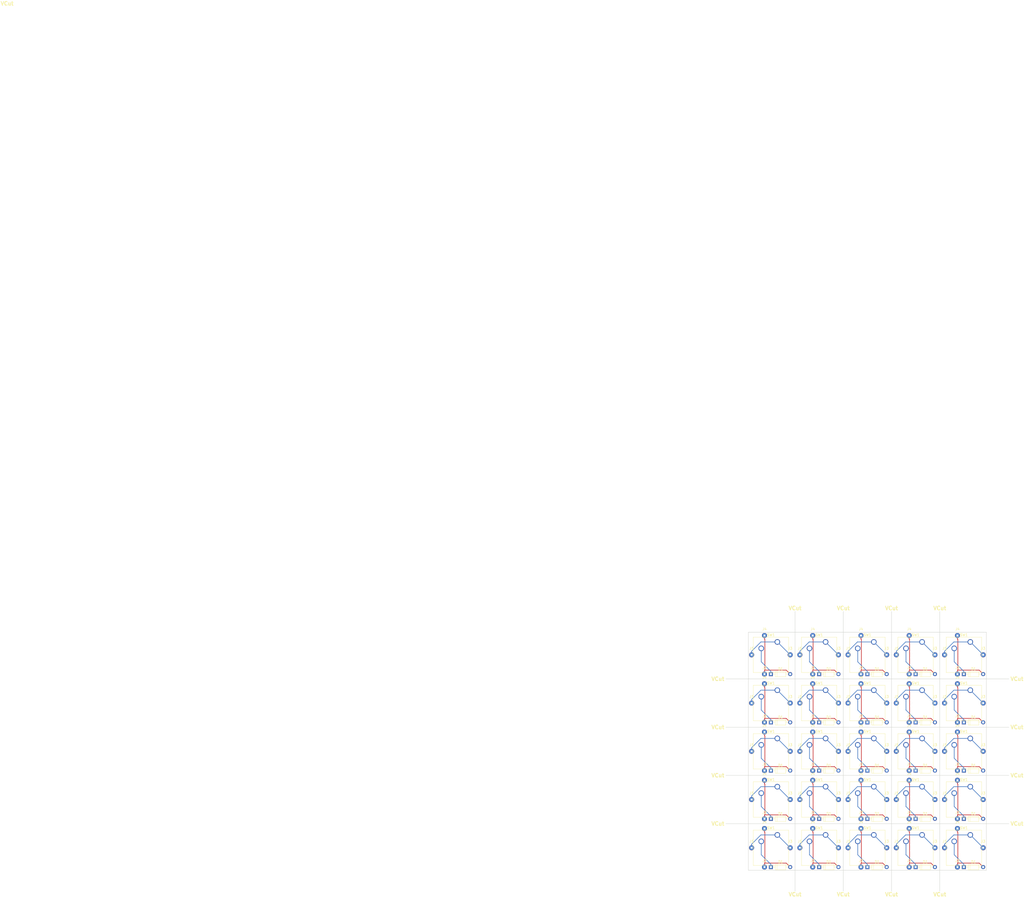
<source format=kicad_pcb>
(kicad_pcb (version 4) (host pcbnew 4.0.7)
  (layers (0 F.Cu signal) (31 B.Cu signal) (34 B.Paste user) (35 F.Paste user) (36 B.SilkS user) (37 F.SilkS user) (38 B.Mask user) (39 F.Mask user) (44 Edge.Cuts user))
  (net 0 "")
  (net 1 "Net-(D1-Pad1)")
  (net 2 "Net-(D1-Pad2)")
  (net 3 "Net-(J1-Pad1)")
  (module Wire_Pads:SolderWirePad_single_0-8mmDrill (layer F.Cu) (at 145.415 184.785)
    (fp_text reference J3 (at 0 -2.54) (layer F.SilkS))
    (fp_text value Conn_01x01)
    (pad 1 thru_hole circle (at 0 0) (size 1.99898 1.99898) (drill 0.8001) (layers *.Cu *.Mask) (net 3 "Net-(J1-Pad1)"))
  )
  (module Buttons_Switches_Keyboard:SW_Cherry_MX1A_1.00u_Plate (layer F.Cu) (at 140.335 179.705)
    (fp_text reference SW1 (at -2.54 -2.794) (layer F.SilkS))
    (fp_text value SW_DIP_x01)
    (pad 1 thru_hole circle (at 0 0) (size 2.2 2.2) (drill 1.5) (layers *.Cu *.Mask) (net 3 "Net-(J1-Pad1)"))
    (pad 2 thru_hole circle (at -6.35 2.54) (size 2.2 2.2) (drill 1.5) (layers *.Cu *.Mask) (net 1 "Net-(D1-Pad1)"))
    (pad "" np_thru_hole circle (at -2.54 5.08) (size 4 4) (drill 4) (layers *.Cu *.Mask))
  )
  (module Wire_Pads:SolderWirePad_single_0-8mmDrill (layer F.Cu) (at 135.255 192.405)
    (fp_text reference J2 (at 0 -2.54) (layer F.SilkS))
    (fp_text value Conn_01x01)
    (pad 1 thru_hole circle (at 0 0) (size 1.99898 1.99898) (drill 0.8001) (layers *.Cu *.Mask) (net 2 "Net-(D1-Pad2)"))
  )
  (module Diodes_THT:D_DO-35_SOD27_P7.62mm_Horizontal (layer F.Cu) (at 137.795 192.405)
    (fp_text reference D1 (at 3.81 -2.06) (layer F.SilkS))
    (fp_text value D)
    (pad 1 thru_hole rect (at 0 0) (size 1.6 1.6) (drill 0.8) (layers *.Cu *.Mask) (net 1 "Net-(D1-Pad1)"))
    (pad 2 thru_hole oval (at 7.62 0) (size 1.6 1.6) (drill 0.8) (layers *.Cu *.Mask) (net 2 "Net-(D1-Pad2)"))
  )
  (module Wire_Pads:SolderWirePad_single_0-8mmDrill (layer F.Cu) (at 135.255 177.165)
    (fp_text reference J4 (at 0 -2.54) (layer F.SilkS))
    (fp_text value Conn_01x01)
    (pad 1 thru_hole circle (at 0 0) (size 1.99898 1.99898) (drill 0.8001) (layers *.Cu *.Mask) (net 2 "Net-(D1-Pad2)"))
  )
  (module Wire_Pads:SolderWirePad_single_0-8mmDrill (layer F.Cu) (at 130.175 184.785)
    (fp_text reference J1 (at 0 -2.54) (layer F.SilkS))
    (fp_text value Conn_01x01)
    (pad 1 thru_hole circle (at 0 0) (size 1.99898 1.99898) (drill 0.8001) (layers *.Cu *.Mask) (net 3 "Net-(J1-Pad1)"))
  )
  (module Wire_Pads:SolderWirePad_single_0-8mmDrill (layer F.Cu) (at 164.465 184.785)
    (fp_text reference J3 (at 0 -2.54) (layer F.SilkS))
    (fp_text value Conn_01x01)
    (pad 1 thru_hole circle (at 0 0) (size 1.99898 1.99898) (drill 0.8001) (layers *.Cu *.Mask) (net 3 "Net-(J1-Pad1)"))
  )
  (module Wire_Pads:SolderWirePad_single_0-8mmDrill (layer F.Cu) (at 149.225 184.785)
    (fp_text reference J1 (at 0 -2.54) (layer F.SilkS))
    (fp_text value Conn_01x01)
    (pad 1 thru_hole circle (at 0 0) (size 1.99898 1.99898) (drill 0.8001) (layers *.Cu *.Mask) (net 3 "Net-(J1-Pad1)"))
  )
  (module Wire_Pads:SolderWirePad_single_0-8mmDrill (layer F.Cu) (at 154.305 177.165)
    (fp_text reference J4 (at 0 -2.54) (layer F.SilkS))
    (fp_text value Conn_01x01)
    (pad 1 thru_hole circle (at 0 0) (size 1.99898 1.99898) (drill 0.8001) (layers *.Cu *.Mask) (net 2 "Net-(D1-Pad2)"))
  )
  (module Wire_Pads:SolderWirePad_single_0-8mmDrill (layer F.Cu) (at 154.305 192.405)
    (fp_text reference J2 (at 0 -2.54) (layer F.SilkS))
    (fp_text value Conn_01x01)
    (pad 1 thru_hole circle (at 0 0) (size 1.99898 1.99898) (drill 0.8001) (layers *.Cu *.Mask) (net 2 "Net-(D1-Pad2)"))
  )
  (module Diodes_THT:D_DO-35_SOD27_P7.62mm_Horizontal (layer F.Cu) (at 156.845 192.405)
    (fp_text reference D1 (at 3.81 -2.06) (layer F.SilkS))
    (fp_text value D)
    (pad 1 thru_hole rect (at 0 0) (size 1.6 1.6) (drill 0.8) (layers *.Cu *.Mask) (net 1 "Net-(D1-Pad1)"))
    (pad 2 thru_hole oval (at 7.62 0) (size 1.6 1.6) (drill 0.8) (layers *.Cu *.Mask) (net 2 "Net-(D1-Pad2)"))
  )
  (module Buttons_Switches_Keyboard:SW_Cherry_MX1A_1.00u_Plate (layer F.Cu) (at 159.385 179.705)
    (fp_text reference SW1 (at -2.54 -2.794) (layer F.SilkS))
    (fp_text value SW_DIP_x01)
    (pad 1 thru_hole circle (at 0 0) (size 2.2 2.2) (drill 1.5) (layers *.Cu *.Mask) (net 3 "Net-(J1-Pad1)"))
    (pad 2 thru_hole circle (at -6.35 2.54) (size 2.2 2.2) (drill 1.5) (layers *.Cu *.Mask) (net 1 "Net-(D1-Pad1)"))
    (pad "" np_thru_hole circle (at -2.54 5.08) (size 4 4) (drill 4) (layers *.Cu *.Mask))
  )
  (module Wire_Pads:SolderWirePad_single_0-8mmDrill (layer F.Cu) (at 173.355 192.405)
    (fp_text reference J2 (at 0 -2.54) (layer F.SilkS))
    (fp_text value Conn_01x01)
    (pad 1 thru_hole circle (at 0 0) (size 1.99898 1.99898) (drill 0.8001) (layers *.Cu *.Mask) (net 2 "Net-(D1-Pad2)"))
  )
  (module Diodes_THT:D_DO-35_SOD27_P7.62mm_Horizontal (layer F.Cu) (at 175.895 192.405)
    (fp_text reference D1 (at 3.81 -2.06) (layer F.SilkS))
    (fp_text value D)
    (pad 1 thru_hole rect (at 0 0) (size 1.6 1.6) (drill 0.8) (layers *.Cu *.Mask) (net 1 "Net-(D1-Pad1)"))
    (pad 2 thru_hole oval (at 7.62 0) (size 1.6 1.6) (drill 0.8) (layers *.Cu *.Mask) (net 2 "Net-(D1-Pad2)"))
  )
  (module Wire_Pads:SolderWirePad_single_0-8mmDrill (layer F.Cu) (at 183.515 184.785)
    (fp_text reference J3 (at 0 -2.54) (layer F.SilkS))
    (fp_text value Conn_01x01)
    (pad 1 thru_hole circle (at 0 0) (size 1.99898 1.99898) (drill 0.8001) (layers *.Cu *.Mask) (net 3 "Net-(J1-Pad1)"))
  )
  (module Buttons_Switches_Keyboard:SW_Cherry_MX1A_1.00u_Plate (layer F.Cu) (at 178.435 179.705)
    (fp_text reference SW1 (at -2.54 -2.794) (layer F.SilkS))
    (fp_text value SW_DIP_x01)
    (pad 1 thru_hole circle (at 0 0) (size 2.2 2.2) (drill 1.5) (layers *.Cu *.Mask) (net 3 "Net-(J1-Pad1)"))
    (pad 2 thru_hole circle (at -6.35 2.54) (size 2.2 2.2) (drill 1.5) (layers *.Cu *.Mask) (net 1 "Net-(D1-Pad1)"))
    (pad "" np_thru_hole circle (at -2.54 5.08) (size 4 4) (drill 4) (layers *.Cu *.Mask))
  )
  (module Wire_Pads:SolderWirePad_single_0-8mmDrill (layer F.Cu) (at 168.275 184.785)
    (fp_text reference J1 (at 0 -2.54) (layer F.SilkS))
    (fp_text value Conn_01x01)
    (pad 1 thru_hole circle (at 0 0) (size 1.99898 1.99898) (drill 0.8001) (layers *.Cu *.Mask) (net 3 "Net-(J1-Pad1)"))
  )
  (module Wire_Pads:SolderWirePad_single_0-8mmDrill (layer F.Cu) (at 173.355 177.165)
    (fp_text reference J4 (at 0 -2.54) (layer F.SilkS))
    (fp_text value Conn_01x01)
    (pad 1 thru_hole circle (at 0 0) (size 1.99898 1.99898) (drill 0.8001) (layers *.Cu *.Mask) (net 2 "Net-(D1-Pad2)"))
  )
  (module Wire_Pads:SolderWirePad_single_0-8mmDrill (layer F.Cu) (at 221.615 184.785)
    (fp_text reference J3 (at 0 -2.54) (layer F.SilkS))
    (fp_text value Conn_01x01)
    (pad 1 thru_hole circle (at 0 0) (size 1.99898 1.99898) (drill 0.8001) (layers *.Cu *.Mask) (net 3 "Net-(J1-Pad1)"))
  )
  (module Wire_Pads:SolderWirePad_single_0-8mmDrill (layer F.Cu) (at 211.455 177.165)
    (fp_text reference J4 (at 0 -2.54) (layer F.SilkS))
    (fp_text value Conn_01x01)
    (pad 1 thru_hole circle (at 0 0) (size 1.99898 1.99898) (drill 0.8001) (layers *.Cu *.Mask) (net 2 "Net-(D1-Pad2)"))
  )
  (module Wire_Pads:SolderWirePad_single_0-8mmDrill (layer F.Cu) (at 211.455 192.405)
    (fp_text reference J2 (at 0 -2.54) (layer F.SilkS))
    (fp_text value Conn_01x01)
    (pad 1 thru_hole circle (at 0 0) (size 1.99898 1.99898) (drill 0.8001) (layers *.Cu *.Mask) (net 2 "Net-(D1-Pad2)"))
  )
  (module Diodes_THT:D_DO-35_SOD27_P7.62mm_Horizontal (layer F.Cu) (at 213.995 192.405)
    (fp_text reference D1 (at 3.81 -2.06) (layer F.SilkS))
    (fp_text value D)
    (pad 1 thru_hole rect (at 0 0) (size 1.6 1.6) (drill 0.8) (layers *.Cu *.Mask) (net 1 "Net-(D1-Pad1)"))
    (pad 2 thru_hole oval (at 7.62 0) (size 1.6 1.6) (drill 0.8) (layers *.Cu *.Mask) (net 2 "Net-(D1-Pad2)"))
  )
  (module Wire_Pads:SolderWirePad_single_0-8mmDrill (layer F.Cu) (at 206.375 184.785)
    (fp_text reference J1 (at 0 -2.54) (layer F.SilkS))
    (fp_text value Conn_01x01)
    (pad 1 thru_hole circle (at 0 0) (size 1.99898 1.99898) (drill 0.8001) (layers *.Cu *.Mask) (net 3 "Net-(J1-Pad1)"))
  )
  (module Buttons_Switches_Keyboard:SW_Cherry_MX1A_1.00u_Plate (layer F.Cu) (at 216.535 179.705)
    (fp_text reference SW1 (at -2.54 -2.794) (layer F.SilkS))
    (fp_text value SW_DIP_x01)
    (pad 1 thru_hole circle (at 0 0) (size 2.2 2.2) (drill 1.5) (layers *.Cu *.Mask) (net 3 "Net-(J1-Pad1)"))
    (pad 2 thru_hole circle (at -6.35 2.54) (size 2.2 2.2) (drill 1.5) (layers *.Cu *.Mask) (net 1 "Net-(D1-Pad1)"))
    (pad "" np_thru_hole circle (at -2.54 5.08) (size 4 4) (drill 4) (layers *.Cu *.Mask))
  )
  (module Wire_Pads:SolderWirePad_single_0-8mmDrill (layer F.Cu) (at 187.325 184.785)
    (fp_text reference J1 (at 0 -2.54) (layer F.SilkS))
    (fp_text value Conn_01x01)
    (pad 1 thru_hole circle (at 0 0) (size 1.99898 1.99898) (drill 0.8001) (layers *.Cu *.Mask) (net 3 "Net-(J1-Pad1)"))
  )
  (module Buttons_Switches_Keyboard:SW_Cherry_MX1A_1.00u_Plate (layer F.Cu) (at 197.485 179.705)
    (fp_text reference SW1 (at -2.54 -2.794) (layer F.SilkS))
    (fp_text value SW_DIP_x01)
    (pad 1 thru_hole circle (at 0 0) (size 2.2 2.2) (drill 1.5) (layers *.Cu *.Mask) (net 3 "Net-(J1-Pad1)"))
    (pad 2 thru_hole circle (at -6.35 2.54) (size 2.2 2.2) (drill 1.5) (layers *.Cu *.Mask) (net 1 "Net-(D1-Pad1)"))
    (pad "" np_thru_hole circle (at -2.54 5.08) (size 4 4) (drill 4) (layers *.Cu *.Mask))
  )
  (module Wire_Pads:SolderWirePad_single_0-8mmDrill (layer F.Cu) (at 202.565 184.785)
    (fp_text reference J3 (at 0 -2.54) (layer F.SilkS))
    (fp_text value Conn_01x01)
    (pad 1 thru_hole circle (at 0 0) (size 1.99898 1.99898) (drill 0.8001) (layers *.Cu *.Mask) (net 3 "Net-(J1-Pad1)"))
  )
  (module Diodes_THT:D_DO-35_SOD27_P7.62mm_Horizontal (layer F.Cu) (at 194.945 192.405)
    (fp_text reference D1 (at 3.81 -2.06) (layer F.SilkS))
    (fp_text value D)
    (pad 1 thru_hole rect (at 0 0) (size 1.6 1.6) (drill 0.8) (layers *.Cu *.Mask) (net 1 "Net-(D1-Pad1)"))
    (pad 2 thru_hole oval (at 7.62 0) (size 1.6 1.6) (drill 0.8) (layers *.Cu *.Mask) (net 2 "Net-(D1-Pad2)"))
  )
  (module Wire_Pads:SolderWirePad_single_0-8mmDrill (layer F.Cu) (at 192.405 177.165)
    (fp_text reference J4 (at 0 -2.54) (layer F.SilkS))
    (fp_text value Conn_01x01)
    (pad 1 thru_hole circle (at 0 0) (size 1.99898 1.99898) (drill 0.8001) (layers *.Cu *.Mask) (net 2 "Net-(D1-Pad2)"))
  )
  (module Wire_Pads:SolderWirePad_single_0-8mmDrill (layer F.Cu) (at 192.405 192.405)
    (fp_text reference J2 (at 0 -2.54) (layer F.SilkS))
    (fp_text value Conn_01x01)
    (pad 1 thru_hole circle (at 0 0) (size 1.99898 1.99898) (drill 0.8001) (layers *.Cu *.Mask) (net 2 "Net-(D1-Pad2)"))
  )
  (module Wire_Pads:SolderWirePad_single_0-8mmDrill (layer F.Cu) (at 168.275 146.685)
    (fp_text reference J1 (at 0 -2.54) (layer F.SilkS))
    (fp_text value Conn_01x01)
    (pad 1 thru_hole circle (at 0 0) (size 1.99898 1.99898) (drill 0.8001) (layers *.Cu *.Mask) (net 3 "Net-(J1-Pad1)"))
  )
  (module Wire_Pads:SolderWirePad_single_0-8mmDrill (layer F.Cu) (at 173.355 139.065)
    (fp_text reference J4 (at 0 -2.54) (layer F.SilkS))
    (fp_text value Conn_01x01)
    (pad 1 thru_hole circle (at 0 0) (size 1.99898 1.99898) (drill 0.8001) (layers *.Cu *.Mask) (net 2 "Net-(D1-Pad2)"))
  )
  (module Wire_Pads:SolderWirePad_single_0-8mmDrill (layer F.Cu) (at 164.465 146.685)
    (fp_text reference J3 (at 0 -2.54) (layer F.SilkS))
    (fp_text value Conn_01x01)
    (pad 1 thru_hole circle (at 0 0) (size 1.99898 1.99898) (drill 0.8001) (layers *.Cu *.Mask) (net 3 "Net-(J1-Pad1)"))
  )
  (module Wire_Pads:SolderWirePad_single_0-8mmDrill (layer F.Cu) (at 149.225 146.685)
    (fp_text reference J1 (at 0 -2.54) (layer F.SilkS))
    (fp_text value Conn_01x01)
    (pad 1 thru_hole circle (at 0 0) (size 1.99898 1.99898) (drill 0.8001) (layers *.Cu *.Mask) (net 3 "Net-(J1-Pad1)"))
  )
  (module Diodes_THT:D_DO-35_SOD27_P7.62mm_Horizontal (layer F.Cu) (at 156.845 154.305)
    (fp_text reference D1 (at 3.81 -2.06) (layer F.SilkS))
    (fp_text value D)
    (pad 1 thru_hole rect (at 0 0) (size 1.6 1.6) (drill 0.8) (layers *.Cu *.Mask) (net 1 "Net-(D1-Pad1)"))
    (pad 2 thru_hole oval (at 7.62 0) (size 1.6 1.6) (drill 0.8) (layers *.Cu *.Mask) (net 2 "Net-(D1-Pad2)"))
  )
  (module Wire_Pads:SolderWirePad_single_0-8mmDrill (layer F.Cu) (at 154.305 139.065)
    (fp_text reference J4 (at 0 -2.54) (layer F.SilkS))
    (fp_text value Conn_01x01)
    (pad 1 thru_hole circle (at 0 0) (size 1.99898 1.99898) (drill 0.8001) (layers *.Cu *.Mask) (net 2 "Net-(D1-Pad2)"))
  )
  (module Buttons_Switches_Keyboard:SW_Cherry_MX1A_1.00u_Plate (layer F.Cu) (at 159.385 141.605)
    (fp_text reference SW1 (at -2.54 -2.794) (layer F.SilkS))
    (fp_text value SW_DIP_x01)
    (pad 1 thru_hole circle (at 0 0) (size 2.2 2.2) (drill 1.5) (layers *.Cu *.Mask) (net 3 "Net-(J1-Pad1)"))
    (pad 2 thru_hole circle (at -6.35 2.54) (size 2.2 2.2) (drill 1.5) (layers *.Cu *.Mask) (net 1 "Net-(D1-Pad1)"))
    (pad "" np_thru_hole circle (at -2.54 5.08) (size 4 4) (drill 4) (layers *.Cu *.Mask))
  )
  (module Wire_Pads:SolderWirePad_single_0-8mmDrill (layer F.Cu) (at 135.255 139.065)
    (fp_text reference J4 (at 0 -2.54) (layer F.SilkS))
    (fp_text value Conn_01x01)
    (pad 1 thru_hole circle (at 0 0) (size 1.99898 1.99898) (drill 0.8001) (layers *.Cu *.Mask) (net 2 "Net-(D1-Pad2)"))
  )
  (module Wire_Pads:SolderWirePad_single_0-8mmDrill (layer F.Cu) (at 135.255 154.305)
    (fp_text reference J2 (at 0 -2.54) (layer F.SilkS))
    (fp_text value Conn_01x01)
    (pad 1 thru_hole circle (at 0 0) (size 1.99898 1.99898) (drill 0.8001) (layers *.Cu *.Mask) (net 2 "Net-(D1-Pad2)"))
  )
  (module Diodes_THT:D_DO-35_SOD27_P7.62mm_Horizontal (layer F.Cu) (at 137.795 154.305)
    (fp_text reference D1 (at 3.81 -2.06) (layer F.SilkS))
    (fp_text value D)
    (pad 1 thru_hole rect (at 0 0) (size 1.6 1.6) (drill 0.8) (layers *.Cu *.Mask) (net 1 "Net-(D1-Pad1)"))
    (pad 2 thru_hole oval (at 7.62 0) (size 1.6 1.6) (drill 0.8) (layers *.Cu *.Mask) (net 2 "Net-(D1-Pad2)"))
  )
  (module Buttons_Switches_Keyboard:SW_Cherry_MX1A_1.00u_Plate (layer F.Cu) (at 140.335 141.605)
    (fp_text reference SW1 (at -2.54 -2.794) (layer F.SilkS))
    (fp_text value SW_DIP_x01)
    (pad 1 thru_hole circle (at 0 0) (size 2.2 2.2) (drill 1.5) (layers *.Cu *.Mask) (net 3 "Net-(J1-Pad1)"))
    (pad 2 thru_hole circle (at -6.35 2.54) (size 2.2 2.2) (drill 1.5) (layers *.Cu *.Mask) (net 1 "Net-(D1-Pad1)"))
    (pad "" np_thru_hole circle (at -2.54 5.08) (size 4 4) (drill 4) (layers *.Cu *.Mask))
  )
  (module Wire_Pads:SolderWirePad_single_0-8mmDrill (layer F.Cu) (at 130.175 146.685)
    (fp_text reference J1 (at 0 -2.54) (layer F.SilkS))
    (fp_text value Conn_01x01)
    (pad 1 thru_hole circle (at 0 0) (size 1.99898 1.99898) (drill 0.8001) (layers *.Cu *.Mask) (net 3 "Net-(J1-Pad1)"))
  )
  (module Wire_Pads:SolderWirePad_single_0-8mmDrill (layer F.Cu) (at 145.415 146.685)
    (fp_text reference J3 (at 0 -2.54) (layer F.SilkS))
    (fp_text value Conn_01x01)
    (pad 1 thru_hole circle (at 0 0) (size 1.99898 1.99898) (drill 0.8001) (layers *.Cu *.Mask) (net 3 "Net-(J1-Pad1)"))
  )
  (module Wire_Pads:SolderWirePad_single_0-8mmDrill (layer F.Cu) (at 173.355 173.355)
    (fp_text reference J2 (at 0 -2.54) (layer F.SilkS))
    (fp_text value Conn_01x01)
    (pad 1 thru_hole circle (at 0 0) (size 1.99898 1.99898) (drill 0.8001) (layers *.Cu *.Mask) (net 2 "Net-(D1-Pad2)"))
  )
  (module Wire_Pads:SolderWirePad_single_0-8mmDrill (layer F.Cu) (at 173.355 154.305)
    (fp_text reference J2 (at 0 -2.54) (layer F.SilkS))
    (fp_text value Conn_01x01)
    (pad 1 thru_hole circle (at 0 0) (size 1.99898 1.99898) (drill 0.8001) (layers *.Cu *.Mask) (net 2 "Net-(D1-Pad2)"))
  )
  (module Wire_Pads:SolderWirePad_single_0-8mmDrill (layer F.Cu) (at 168.275 165.735)
    (fp_text reference J1 (at 0 -2.54) (layer F.SilkS))
    (fp_text value Conn_01x01)
    (pad 1 thru_hole circle (at 0 0) (size 1.99898 1.99898) (drill 0.8001) (layers *.Cu *.Mask) (net 3 "Net-(J1-Pad1)"))
  )
  (module Wire_Pads:SolderWirePad_single_0-8mmDrill (layer F.Cu) (at 164.465 165.735)
    (fp_text reference J3 (at 0 -2.54) (layer F.SilkS))
    (fp_text value Conn_01x01)
    (pad 1 thru_hole circle (at 0 0) (size 1.99898 1.99898) (drill 0.8001) (layers *.Cu *.Mask) (net 3 "Net-(J1-Pad1)"))
  )
  (module Wire_Pads:SolderWirePad_single_0-8mmDrill (layer F.Cu) (at 173.355 158.115)
    (fp_text reference J4 (at 0 -2.54) (layer F.SilkS))
    (fp_text value Conn_01x01)
    (pad 1 thru_hole circle (at 0 0) (size 1.99898 1.99898) (drill 0.8001) (layers *.Cu *.Mask) (net 2 "Net-(D1-Pad2)"))
  )
  (module Diodes_THT:D_DO-35_SOD27_P7.62mm_Horizontal (layer F.Cu) (at 156.845 173.355)
    (fp_text reference D1 (at 3.81 -2.06) (layer F.SilkS))
    (fp_text value D)
    (pad 1 thru_hole rect (at 0 0) (size 1.6 1.6) (drill 0.8) (layers *.Cu *.Mask) (net 1 "Net-(D1-Pad1)"))
    (pad 2 thru_hole oval (at 7.62 0) (size 1.6 1.6) (drill 0.8) (layers *.Cu *.Mask) (net 2 "Net-(D1-Pad2)"))
  )
  (module Wire_Pads:SolderWirePad_single_0-8mmDrill (layer F.Cu) (at 145.415 165.735)
    (fp_text reference J3 (at 0 -2.54) (layer F.SilkS))
    (fp_text value Conn_01x01)
    (pad 1 thru_hole circle (at 0 0) (size 1.99898 1.99898) (drill 0.8001) (layers *.Cu *.Mask) (net 3 "Net-(J1-Pad1)"))
  )
  (module Wire_Pads:SolderWirePad_single_0-8mmDrill (layer F.Cu) (at 130.175 165.735)
    (fp_text reference J1 (at 0 -2.54) (layer F.SilkS))
    (fp_text value Conn_01x01)
    (pad 1 thru_hole circle (at 0 0) (size 1.99898 1.99898) (drill 0.8001) (layers *.Cu *.Mask) (net 3 "Net-(J1-Pad1)"))
  )
  (module Buttons_Switches_Keyboard:SW_Cherry_MX1A_1.00u_Plate (layer F.Cu) (at 140.335 160.655)
    (fp_text reference SW1 (at -2.54 -2.794) (layer F.SilkS))
    (fp_text value SW_DIP_x01)
    (pad 1 thru_hole circle (at 0 0) (size 2.2 2.2) (drill 1.5) (layers *.Cu *.Mask) (net 3 "Net-(J1-Pad1)"))
    (pad 2 thru_hole circle (at -6.35 2.54) (size 2.2 2.2) (drill 1.5) (layers *.Cu *.Mask) (net 1 "Net-(D1-Pad1)"))
    (pad "" np_thru_hole circle (at -2.54 5.08) (size 4 4) (drill 4) (layers *.Cu *.Mask))
  )
  (module Wire_Pads:SolderWirePad_single_0-8mmDrill (layer F.Cu) (at 135.255 173.355)
    (fp_text reference J2 (at 0 -2.54) (layer F.SilkS))
    (fp_text value Conn_01x01)
    (pad 1 thru_hole circle (at 0 0) (size 1.99898 1.99898) (drill 0.8001) (layers *.Cu *.Mask) (net 2 "Net-(D1-Pad2)"))
  )
  (module Diodes_THT:D_DO-35_SOD27_P7.62mm_Horizontal (layer F.Cu) (at 137.795 173.355)
    (fp_text reference D1 (at 3.81 -2.06) (layer F.SilkS))
    (fp_text value D)
    (pad 1 thru_hole rect (at 0 0) (size 1.6 1.6) (drill 0.8) (layers *.Cu *.Mask) (net 1 "Net-(D1-Pad1)"))
    (pad 2 thru_hole oval (at 7.62 0) (size 1.6 1.6) (drill 0.8) (layers *.Cu *.Mask) (net 2 "Net-(D1-Pad2)"))
  )
  (module Wire_Pads:SolderWirePad_single_0-8mmDrill (layer F.Cu) (at 135.255 158.115)
    (fp_text reference J4 (at 0 -2.54) (layer F.SilkS))
    (fp_text value Conn_01x01)
    (pad 1 thru_hole circle (at 0 0) (size 1.99898 1.99898) (drill 0.8001) (layers *.Cu *.Mask) (net 2 "Net-(D1-Pad2)"))
  )
  (module Buttons_Switches_Keyboard:SW_Cherry_MX1A_1.00u_Plate (layer F.Cu) (at 159.385 160.655)
    (fp_text reference SW1 (at -2.54 -2.794) (layer F.SilkS))
    (fp_text value SW_DIP_x01)
    (pad 1 thru_hole circle (at 0 0) (size 2.2 2.2) (drill 1.5) (layers *.Cu *.Mask) (net 3 "Net-(J1-Pad1)"))
    (pad 2 thru_hole circle (at -6.35 2.54) (size 2.2 2.2) (drill 1.5) (layers *.Cu *.Mask) (net 1 "Net-(D1-Pad1)"))
    (pad "" np_thru_hole circle (at -2.54 5.08) (size 4 4) (drill 4) (layers *.Cu *.Mask))
  )
  (module Wire_Pads:SolderWirePad_single_0-8mmDrill (layer F.Cu) (at 149.225 165.735)
    (fp_text reference J1 (at 0 -2.54) (layer F.SilkS))
    (fp_text value Conn_01x01)
    (pad 1 thru_hole circle (at 0 0) (size 1.99898 1.99898) (drill 0.8001) (layers *.Cu *.Mask) (net 3 "Net-(J1-Pad1)"))
  )
  (module Wire_Pads:SolderWirePad_single_0-8mmDrill (layer F.Cu) (at 154.305 158.115)
    (fp_text reference J4 (at 0 -2.54) (layer F.SilkS))
    (fp_text value Conn_01x01)
    (pad 1 thru_hole circle (at 0 0) (size 1.99898 1.99898) (drill 0.8001) (layers *.Cu *.Mask) (net 2 "Net-(D1-Pad2)"))
  )
  (module Wire_Pads:SolderWirePad_single_0-8mmDrill (layer F.Cu) (at 154.305 173.355)
    (fp_text reference J2 (at 0 -2.54) (layer F.SilkS))
    (fp_text value Conn_01x01)
    (pad 1 thru_hole circle (at 0 0) (size 1.99898 1.99898) (drill 0.8001) (layers *.Cu *.Mask) (net 2 "Net-(D1-Pad2)"))
  )
  (module Wire_Pads:SolderWirePad_single_0-8mmDrill (layer F.Cu) (at 154.305 154.305)
    (fp_text reference J2 (at 0 -2.54) (layer F.SilkS))
    (fp_text value Conn_01x01)
    (pad 1 thru_hole circle (at 0 0) (size 1.99898 1.99898) (drill 0.8001) (layers *.Cu *.Mask) (net 2 "Net-(D1-Pad2)"))
  )
  (module Buttons_Switches_Keyboard:SW_Cherry_MX1A_1.00u_Plate (layer F.Cu) (at 178.435 160.655)
    (fp_text reference SW1 (at -2.54 -2.794) (layer F.SilkS))
    (fp_text value SW_DIP_x01)
    (pad 1 thru_hole circle (at 0 0) (size 2.2 2.2) (drill 1.5) (layers *.Cu *.Mask) (net 3 "Net-(J1-Pad1)"))
    (pad 2 thru_hole circle (at -6.35 2.54) (size 2.2 2.2) (drill 1.5) (layers *.Cu *.Mask) (net 1 "Net-(D1-Pad1)"))
    (pad "" np_thru_hole circle (at -2.54 5.08) (size 4 4) (drill 4) (layers *.Cu *.Mask))
  )
  (module Diodes_THT:D_DO-35_SOD27_P7.62mm_Horizontal (layer F.Cu) (at 175.895 173.355)
    (fp_text reference D1 (at 3.81 -2.06) (layer F.SilkS))
    (fp_text value D)
    (pad 1 thru_hole rect (at 0 0) (size 1.6 1.6) (drill 0.8) (layers *.Cu *.Mask) (net 1 "Net-(D1-Pad1)"))
    (pad 2 thru_hole oval (at 7.62 0) (size 1.6 1.6) (drill 0.8) (layers *.Cu *.Mask) (net 2 "Net-(D1-Pad2)"))
  )
  (module Wire_Pads:SolderWirePad_single_0-8mmDrill (layer F.Cu) (at 187.325 165.735)
    (fp_text reference J1 (at 0 -2.54) (layer F.SilkS))
    (fp_text value Conn_01x01)
    (pad 1 thru_hole circle (at 0 0) (size 1.99898 1.99898) (drill 0.8001) (layers *.Cu *.Mask) (net 3 "Net-(J1-Pad1)"))
  )
  (module Wire_Pads:SolderWirePad_single_0-8mmDrill (layer F.Cu) (at 183.515 165.735)
    (fp_text reference J3 (at 0 -2.54) (layer F.SilkS))
    (fp_text value Conn_01x01)
    (pad 1 thru_hole circle (at 0 0) (size 1.99898 1.99898) (drill 0.8001) (layers *.Cu *.Mask) (net 3 "Net-(J1-Pad1)"))
  )
  (module Diodes_THT:D_DO-35_SOD27_P7.62mm_Horizontal (layer F.Cu) (at 175.895 154.305)
    (fp_text reference D1 (at 3.81 -2.06) (layer F.SilkS))
    (fp_text value D)
    (pad 1 thru_hole rect (at 0 0) (size 1.6 1.6) (drill 0.8) (layers *.Cu *.Mask) (net 1 "Net-(D1-Pad1)"))
    (pad 2 thru_hole oval (at 7.62 0) (size 1.6 1.6) (drill 0.8) (layers *.Cu *.Mask) (net 2 "Net-(D1-Pad2)"))
  )
  (module Wire_Pads:SolderWirePad_single_0-8mmDrill (layer F.Cu) (at 183.515 146.685)
    (fp_text reference J3 (at 0 -2.54) (layer F.SilkS))
    (fp_text value Conn_01x01)
    (pad 1 thru_hole circle (at 0 0) (size 1.99898 1.99898) (drill 0.8001) (layers *.Cu *.Mask) (net 3 "Net-(J1-Pad1)"))
  )
  (module Buttons_Switches_Keyboard:SW_Cherry_MX1A_1.00u_Plate (layer F.Cu) (at 178.435 141.605)
    (fp_text reference SW1 (at -2.54 -2.794) (layer F.SilkS))
    (fp_text value SW_DIP_x01)
    (pad 1 thru_hole circle (at 0 0) (size 2.2 2.2) (drill 1.5) (layers *.Cu *.Mask) (net 3 "Net-(J1-Pad1)"))
    (pad 2 thru_hole circle (at -6.35 2.54) (size 2.2 2.2) (drill 1.5) (layers *.Cu *.Mask) (net 1 "Net-(D1-Pad1)"))
    (pad "" np_thru_hole circle (at -2.54 5.08) (size 4 4) (drill 4) (layers *.Cu *.Mask))
  )
  (module Wire_Pads:SolderWirePad_single_0-8mmDrill (layer F.Cu) (at 187.325 146.685)
    (fp_text reference J1 (at 0 -2.54) (layer F.SilkS))
    (fp_text value Conn_01x01)
    (pad 1 thru_hole circle (at 0 0) (size 1.99898 1.99898) (drill 0.8001) (layers *.Cu *.Mask) (net 3 "Net-(J1-Pad1)"))
  )
  (module Diodes_THT:D_DO-35_SOD27_P7.62mm_Horizontal (layer F.Cu) (at 213.995 154.305)
    (fp_text reference D1 (at 3.81 -2.06) (layer F.SilkS))
    (fp_text value D)
    (pad 1 thru_hole rect (at 0 0) (size 1.6 1.6) (drill 0.8) (layers *.Cu *.Mask) (net 1 "Net-(D1-Pad1)"))
    (pad 2 thru_hole oval (at 7.62 0) (size 1.6 1.6) (drill 0.8) (layers *.Cu *.Mask) (net 2 "Net-(D1-Pad2)"))
  )
  (module Buttons_Switches_Keyboard:SW_Cherry_MX1A_1.00u_Plate (layer F.Cu) (at 216.535 141.605)
    (fp_text reference SW1 (at -2.54 -2.794) (layer F.SilkS))
    (fp_text value SW_DIP_x01)
    (pad 1 thru_hole circle (at 0 0) (size 2.2 2.2) (drill 1.5) (layers *.Cu *.Mask) (net 3 "Net-(J1-Pad1)"))
    (pad 2 thru_hole circle (at -6.35 2.54) (size 2.2 2.2) (drill 1.5) (layers *.Cu *.Mask) (net 1 "Net-(D1-Pad1)"))
    (pad "" np_thru_hole circle (at -2.54 5.08) (size 4 4) (drill 4) (layers *.Cu *.Mask))
  )
  (module Wire_Pads:SolderWirePad_single_0-8mmDrill (layer F.Cu) (at 206.375 146.685)
    (fp_text reference J1 (at 0 -2.54) (layer F.SilkS))
    (fp_text value Conn_01x01)
    (pad 1 thru_hole circle (at 0 0) (size 1.99898 1.99898) (drill 0.8001) (layers *.Cu *.Mask) (net 3 "Net-(J1-Pad1)"))
  )
  (module Wire_Pads:SolderWirePad_single_0-8mmDrill (layer F.Cu) (at 211.455 139.065)
    (fp_text reference J4 (at 0 -2.54) (layer F.SilkS))
    (fp_text value Conn_01x01)
    (pad 1 thru_hole circle (at 0 0) (size 1.99898 1.99898) (drill 0.8001) (layers *.Cu *.Mask) (net 2 "Net-(D1-Pad2)"))
  )
  (module Wire_Pads:SolderWirePad_single_0-8mmDrill (layer F.Cu) (at 211.455 154.305)
    (fp_text reference J2 (at 0 -2.54) (layer F.SilkS))
    (fp_text value Conn_01x01)
    (pad 1 thru_hole circle (at 0 0) (size 1.99898 1.99898) (drill 0.8001) (layers *.Cu *.Mask) (net 2 "Net-(D1-Pad2)"))
  )
  (module Wire_Pads:SolderWirePad_single_0-8mmDrill (layer F.Cu) (at 221.615 146.685)
    (fp_text reference J3 (at 0 -2.54) (layer F.SilkS))
    (fp_text value Conn_01x01)
    (pad 1 thru_hole circle (at 0 0) (size 1.99898 1.99898) (drill 0.8001) (layers *.Cu *.Mask) (net 3 "Net-(J1-Pad1)"))
  )
  (module Wire_Pads:SolderWirePad_single_0-8mmDrill (layer F.Cu) (at 221.615 165.735)
    (fp_text reference J3 (at 0 -2.54) (layer F.SilkS))
    (fp_text value Conn_01x01)
    (pad 1 thru_hole circle (at 0 0) (size 1.99898 1.99898) (drill 0.8001) (layers *.Cu *.Mask) (net 3 "Net-(J1-Pad1)"))
  )
  (module Buttons_Switches_Keyboard:SW_Cherry_MX1A_1.00u_Plate (layer F.Cu) (at 216.535 160.655)
    (fp_text reference SW1 (at -2.54 -2.794) (layer F.SilkS))
    (fp_text value SW_DIP_x01)
    (pad 1 thru_hole circle (at 0 0) (size 2.2 2.2) (drill 1.5) (layers *.Cu *.Mask) (net 3 "Net-(J1-Pad1)"))
    (pad 2 thru_hole circle (at -6.35 2.54) (size 2.2 2.2) (drill 1.5) (layers *.Cu *.Mask) (net 1 "Net-(D1-Pad1)"))
    (pad "" np_thru_hole circle (at -2.54 5.08) (size 4 4) (drill 4) (layers *.Cu *.Mask))
  )
  (module Wire_Pads:SolderWirePad_single_0-8mmDrill (layer F.Cu) (at 206.375 165.735)
    (fp_text reference J1 (at 0 -2.54) (layer F.SilkS))
    (fp_text value Conn_01x01)
    (pad 1 thru_hole circle (at 0 0) (size 1.99898 1.99898) (drill 0.8001) (layers *.Cu *.Mask) (net 3 "Net-(J1-Pad1)"))
  )
  (module Wire_Pads:SolderWirePad_single_0-8mmDrill (layer F.Cu) (at 211.455 158.115)
    (fp_text reference J4 (at 0 -2.54) (layer F.SilkS))
    (fp_text value Conn_01x01)
    (pad 1 thru_hole circle (at 0 0) (size 1.99898 1.99898) (drill 0.8001) (layers *.Cu *.Mask) (net 2 "Net-(D1-Pad2)"))
  )
  (module Wire_Pads:SolderWirePad_single_0-8mmDrill (layer F.Cu) (at 211.455 173.355)
    (fp_text reference J2 (at 0 -2.54) (layer F.SilkS))
    (fp_text value Conn_01x01)
    (pad 1 thru_hole circle (at 0 0) (size 1.99898 1.99898) (drill 0.8001) (layers *.Cu *.Mask) (net 2 "Net-(D1-Pad2)"))
  )
  (module Diodes_THT:D_DO-35_SOD27_P7.62mm_Horizontal (layer F.Cu) (at 213.995 173.355)
    (fp_text reference D1 (at 3.81 -2.06) (layer F.SilkS))
    (fp_text value D)
    (pad 1 thru_hole rect (at 0 0) (size 1.6 1.6) (drill 0.8) (layers *.Cu *.Mask) (net 1 "Net-(D1-Pad1)"))
    (pad 2 thru_hole oval (at 7.62 0) (size 1.6 1.6) (drill 0.8) (layers *.Cu *.Mask) (net 2 "Net-(D1-Pad2)"))
  )
  (module Wire_Pads:SolderWirePad_single_0-8mmDrill (layer F.Cu) (at 192.405 158.115)
    (fp_text reference J4 (at 0 -2.54) (layer F.SilkS))
    (fp_text value Conn_01x01)
    (pad 1 thru_hole circle (at 0 0) (size 1.99898 1.99898) (drill 0.8001) (layers *.Cu *.Mask) (net 2 "Net-(D1-Pad2)"))
  )
  (module Buttons_Switches_Keyboard:SW_Cherry_MX1A_1.00u_Plate (layer F.Cu) (at 197.485 160.655)
    (fp_text reference SW1 (at -2.54 -2.794) (layer F.SilkS))
    (fp_text value SW_DIP_x01)
    (pad 1 thru_hole circle (at 0 0) (size 2.2 2.2) (drill 1.5) (layers *.Cu *.Mask) (net 3 "Net-(J1-Pad1)"))
    (pad 2 thru_hole circle (at -6.35 2.54) (size 2.2 2.2) (drill 1.5) (layers *.Cu *.Mask) (net 1 "Net-(D1-Pad1)"))
    (pad "" np_thru_hole circle (at -2.54 5.08) (size 4 4) (drill 4) (layers *.Cu *.Mask))
  )
  (module Wire_Pads:SolderWirePad_single_0-8mmDrill (layer F.Cu) (at 192.405 173.355)
    (fp_text reference J2 (at 0 -2.54) (layer F.SilkS))
    (fp_text value Conn_01x01)
    (pad 1 thru_hole circle (at 0 0) (size 1.99898 1.99898) (drill 0.8001) (layers *.Cu *.Mask) (net 2 "Net-(D1-Pad2)"))
  )
  (module Wire_Pads:SolderWirePad_single_0-8mmDrill (layer F.Cu) (at 202.565 165.735)
    (fp_text reference J3 (at 0 -2.54) (layer F.SilkS))
    (fp_text value Conn_01x01)
    (pad 1 thru_hole circle (at 0 0) (size 1.99898 1.99898) (drill 0.8001) (layers *.Cu *.Mask) (net 3 "Net-(J1-Pad1)"))
  )
  (module Diodes_THT:D_DO-35_SOD27_P7.62mm_Horizontal (layer F.Cu) (at 194.945 173.355)
    (fp_text reference D1 (at 3.81 -2.06) (layer F.SilkS))
    (fp_text value D)
    (pad 1 thru_hole rect (at 0 0) (size 1.6 1.6) (drill 0.8) (layers *.Cu *.Mask) (net 1 "Net-(D1-Pad1)"))
    (pad 2 thru_hole oval (at 7.62 0) (size 1.6 1.6) (drill 0.8) (layers *.Cu *.Mask) (net 2 "Net-(D1-Pad2)"))
  )
  (module Buttons_Switches_Keyboard:SW_Cherry_MX1A_1.00u_Plate (layer F.Cu) (at 197.485 141.605)
    (fp_text reference SW1 (at -2.54 -2.794) (layer F.SilkS))
    (fp_text value SW_DIP_x01)
    (pad 1 thru_hole circle (at 0 0) (size 2.2 2.2) (drill 1.5) (layers *.Cu *.Mask) (net 3 "Net-(J1-Pad1)"))
    (pad 2 thru_hole circle (at -6.35 2.54) (size 2.2 2.2) (drill 1.5) (layers *.Cu *.Mask) (net 1 "Net-(D1-Pad1)"))
    (pad "" np_thru_hole circle (at -2.54 5.08) (size 4 4) (drill 4) (layers *.Cu *.Mask))
  )
  (module Wire_Pads:SolderWirePad_single_0-8mmDrill (layer F.Cu) (at 202.565 146.685)
    (fp_text reference J3 (at 0 -2.54) (layer F.SilkS))
    (fp_text value Conn_01x01)
    (pad 1 thru_hole circle (at 0 0) (size 1.99898 1.99898) (drill 0.8001) (layers *.Cu *.Mask) (net 3 "Net-(J1-Pad1)"))
  )
  (module Wire_Pads:SolderWirePad_single_0-8mmDrill (layer F.Cu) (at 192.405 139.065)
    (fp_text reference J4 (at 0 -2.54) (layer F.SilkS))
    (fp_text value Conn_01x01)
    (pad 1 thru_hole circle (at 0 0) (size 1.99898 1.99898) (drill 0.8001) (layers *.Cu *.Mask) (net 2 "Net-(D1-Pad2)"))
  )
  (module Wire_Pads:SolderWirePad_single_0-8mmDrill (layer F.Cu) (at 192.405 154.305)
    (fp_text reference J2 (at 0 -2.54) (layer F.SilkS))
    (fp_text value Conn_01x01)
    (pad 1 thru_hole circle (at 0 0) (size 1.99898 1.99898) (drill 0.8001) (layers *.Cu *.Mask) (net 2 "Net-(D1-Pad2)"))
  )
  (module Diodes_THT:D_DO-35_SOD27_P7.62mm_Horizontal (layer F.Cu) (at 194.945 154.305)
    (fp_text reference D1 (at 3.81 -2.06) (layer F.SilkS))
    (fp_text value D)
    (pad 1 thru_hole rect (at 0 0) (size 1.6 1.6) (drill 0.8) (layers *.Cu *.Mask) (net 1 "Net-(D1-Pad1)"))
    (pad 2 thru_hole oval (at 7.62 0) (size 1.6 1.6) (drill 0.8) (layers *.Cu *.Mask) (net 2 "Net-(D1-Pad2)"))
  )
  (module Wire_Pads:SolderWirePad_single_0-8mmDrill (layer F.Cu) (at 221.615 127.635)
    (fp_text reference J3 (at 0 -2.54) (layer F.SilkS))
    (fp_text value Conn_01x01)
    (pad 1 thru_hole circle (at 0 0) (size 1.99898 1.99898) (drill 0.8001) (layers *.Cu *.Mask) (net 3 "Net-(J1-Pad1)"))
  )
  (module Diodes_THT:D_DO-35_SOD27_P7.62mm_Horizontal (layer F.Cu) (at 213.995 135.255)
    (fp_text reference D1 (at 3.81 -2.06) (layer F.SilkS))
    (fp_text value D)
    (pad 1 thru_hole rect (at 0 0) (size 1.6 1.6) (drill 0.8) (layers *.Cu *.Mask) (net 1 "Net-(D1-Pad1)"))
    (pad 2 thru_hole oval (at 7.62 0) (size 1.6 1.6) (drill 0.8) (layers *.Cu *.Mask) (net 2 "Net-(D1-Pad2)"))
  )
  (module Buttons_Switches_Keyboard:SW_Cherry_MX1A_1.00u_Plate (layer F.Cu) (at 216.535 122.555)
    (fp_text reference SW1 (at -2.54 -2.794) (layer F.SilkS))
    (fp_text value SW_DIP_x01)
    (pad 1 thru_hole circle (at 0 0) (size 2.2 2.2) (drill 1.5) (layers *.Cu *.Mask) (net 3 "Net-(J1-Pad1)"))
    (pad 2 thru_hole circle (at -6.35 2.54) (size 2.2 2.2) (drill 1.5) (layers *.Cu *.Mask) (net 1 "Net-(D1-Pad1)"))
    (pad "" np_thru_hole circle (at -2.54 5.08) (size 4 4) (drill 4) (layers *.Cu *.Mask))
  )
  (module Wire_Pads:SolderWirePad_single_0-8mmDrill (layer F.Cu) (at 206.375 127.635)
    (fp_text reference J1 (at 0 -2.54) (layer F.SilkS))
    (fp_text value Conn_01x01)
    (pad 1 thru_hole circle (at 0 0) (size 1.99898 1.99898) (drill 0.8001) (layers *.Cu *.Mask) (net 3 "Net-(J1-Pad1)"))
  )
  (module Wire_Pads:SolderWirePad_single_0-8mmDrill (layer F.Cu) (at 211.455 120.015)
    (fp_text reference J4 (at 0 -2.54) (layer F.SilkS))
    (fp_text value Conn_01x01)
    (pad 1 thru_hole circle (at 0 0) (size 1.99898 1.99898) (drill 0.8001) (layers *.Cu *.Mask) (net 2 "Net-(D1-Pad2)"))
  )
  (module Wire_Pads:SolderWirePad_single_0-8mmDrill (layer F.Cu) (at 211.455 135.255)
    (fp_text reference J2 (at 0 -2.54) (layer F.SilkS))
    (fp_text value Conn_01x01)
    (pad 1 thru_hole circle (at 0 0) (size 1.99898 1.99898) (drill 0.8001) (layers *.Cu *.Mask) (net 2 "Net-(D1-Pad2)"))
  )
  (module Wire_Pads:SolderWirePad_single_0-8mmDrill (layer F.Cu) (at 173.355 135.255)
    (fp_text reference J2 (at 0 -2.54) (layer F.SilkS))
    (fp_text value Conn_01x01)
    (pad 1 thru_hole circle (at 0 0) (size 1.99898 1.99898) (drill 0.8001) (layers *.Cu *.Mask) (net 2 "Net-(D1-Pad2)"))
  )
  (module Buttons_Switches_Keyboard:SW_Cherry_MX1A_1.00u_Plate (layer F.Cu) (at 178.435 122.555)
    (fp_text reference SW1 (at -2.54 -2.794) (layer F.SilkS))
    (fp_text value SW_DIP_x01)
    (pad 1 thru_hole circle (at 0 0) (size 2.2 2.2) (drill 1.5) (layers *.Cu *.Mask) (net 3 "Net-(J1-Pad1)"))
    (pad 2 thru_hole circle (at -6.35 2.54) (size 2.2 2.2) (drill 1.5) (layers *.Cu *.Mask) (net 1 "Net-(D1-Pad1)"))
    (pad "" np_thru_hole circle (at -2.54 5.08) (size 4 4) (drill 4) (layers *.Cu *.Mask))
  )
  (module Wire_Pads:SolderWirePad_single_0-8mmDrill (layer F.Cu) (at 183.515 127.635)
    (fp_text reference J3 (at 0 -2.54) (layer F.SilkS))
    (fp_text value Conn_01x01)
    (pad 1 thru_hole circle (at 0 0) (size 1.99898 1.99898) (drill 0.8001) (layers *.Cu *.Mask) (net 3 "Net-(J1-Pad1)"))
  )
  (module Wire_Pads:SolderWirePad_single_0-8mmDrill (layer F.Cu) (at 173.355 120.015)
    (fp_text reference J4 (at 0 -2.54) (layer F.SilkS))
    (fp_text value Conn_01x01)
    (pad 1 thru_hole circle (at 0 0) (size 1.99898 1.99898) (drill 0.8001) (layers *.Cu *.Mask) (net 2 "Net-(D1-Pad2)"))
  )
  (module Diodes_THT:D_DO-35_SOD27_P7.62mm_Horizontal (layer F.Cu) (at 175.895 135.255)
    (fp_text reference D1 (at 3.81 -2.06) (layer F.SilkS))
    (fp_text value D)
    (pad 1 thru_hole rect (at 0 0) (size 1.6 1.6) (drill 0.8) (layers *.Cu *.Mask) (net 1 "Net-(D1-Pad1)"))
    (pad 2 thru_hole oval (at 7.62 0) (size 1.6 1.6) (drill 0.8) (layers *.Cu *.Mask) (net 2 "Net-(D1-Pad2)"))
  )
  (module Wire_Pads:SolderWirePad_single_0-8mmDrill (layer F.Cu) (at 168.275 127.635)
    (fp_text reference J1 (at 0 -2.54) (layer F.SilkS))
    (fp_text value Conn_01x01)
    (pad 1 thru_hole circle (at 0 0) (size 1.99898 1.99898) (drill 0.8001) (layers *.Cu *.Mask) (net 3 "Net-(J1-Pad1)"))
  )
  (module Wire_Pads:SolderWirePad_single_0-8mmDrill (layer F.Cu) (at 192.405 120.015)
    (fp_text reference J4 (at 0 -2.54) (layer F.SilkS))
    (fp_text value Conn_01x01)
    (pad 1 thru_hole circle (at 0 0) (size 1.99898 1.99898) (drill 0.8001) (layers *.Cu *.Mask) (net 2 "Net-(D1-Pad2)"))
  )
  (module Wire_Pads:SolderWirePad_single_0-8mmDrill (layer F.Cu) (at 187.325 127.635)
    (fp_text reference J1 (at 0 -2.54) (layer F.SilkS))
    (fp_text value Conn_01x01)
    (pad 1 thru_hole circle (at 0 0) (size 1.99898 1.99898) (drill 0.8001) (layers *.Cu *.Mask) (net 3 "Net-(J1-Pad1)"))
  )
  (module Wire_Pads:SolderWirePad_single_0-8mmDrill (layer F.Cu) (at 202.565 127.635)
    (fp_text reference J3 (at 0 -2.54) (layer F.SilkS))
    (fp_text value Conn_01x01)
    (pad 1 thru_hole circle (at 0 0) (size 1.99898 1.99898) (drill 0.8001) (layers *.Cu *.Mask) (net 3 "Net-(J1-Pad1)"))
  )
  (module Buttons_Switches_Keyboard:SW_Cherry_MX1A_1.00u_Plate (layer F.Cu) (at 197.485 122.555)
    (fp_text reference SW1 (at -2.54 -2.794) (layer F.SilkS))
    (fp_text value SW_DIP_x01)
    (pad 1 thru_hole circle (at 0 0) (size 2.2 2.2) (drill 1.5) (layers *.Cu *.Mask) (net 3 "Net-(J1-Pad1)"))
    (pad 2 thru_hole circle (at -6.35 2.54) (size 2.2 2.2) (drill 1.5) (layers *.Cu *.Mask) (net 1 "Net-(D1-Pad1)"))
    (pad "" np_thru_hole circle (at -2.54 5.08) (size 4 4) (drill 4) (layers *.Cu *.Mask))
  )
  (module Wire_Pads:SolderWirePad_single_0-8mmDrill (layer F.Cu) (at 192.405 135.255)
    (fp_text reference J2 (at 0 -2.54) (layer F.SilkS))
    (fp_text value Conn_01x01)
    (pad 1 thru_hole circle (at 0 0) (size 1.99898 1.99898) (drill 0.8001) (layers *.Cu *.Mask) (net 2 "Net-(D1-Pad2)"))
  )
  (module Diodes_THT:D_DO-35_SOD27_P7.62mm_Horizontal (layer F.Cu) (at 194.945 135.255)
    (fp_text reference D1 (at 3.81 -2.06) (layer F.SilkS))
    (fp_text value D)
    (pad 1 thru_hole rect (at 0 0) (size 1.6 1.6) (drill 0.8) (layers *.Cu *.Mask) (net 1 "Net-(D1-Pad1)"))
    (pad 2 thru_hole oval (at 7.62 0) (size 1.6 1.6) (drill 0.8) (layers *.Cu *.Mask) (net 2 "Net-(D1-Pad2)"))
  )
  (module Wire_Pads:SolderWirePad_single_0-8mmDrill (layer F.Cu) (at 145.415 127.635)
    (fp_text reference J3 (at 0 -2.54) (layer F.SilkS))
    (fp_text value Conn_01x01)
    (pad 1 thru_hole circle (at 0 0) (size 1.99898 1.99898) (drill 0.8001) (layers *.Cu *.Mask) (net 3 "Net-(J1-Pad1)"))
  )
  (module Wire_Pads:SolderWirePad_single_0-8mmDrill (layer F.Cu) (at 135.255 120.015)
    (fp_text reference J4 (at 0 -2.54) (layer F.SilkS))
    (fp_text value Conn_01x01)
    (pad 1 thru_hole circle (at 0 0) (size 1.99898 1.99898) (drill 0.8001) (layers *.Cu *.Mask) (net 2 "Net-(D1-Pad2)"))
  )
  (module Wire_Pads:SolderWirePad_single_0-8mmDrill (layer F.Cu) (at 130.175 127.635)
    (fp_text reference J1 (at 0 -2.54) (layer F.SilkS))
    (fp_text value Conn_01x01)
    (pad 1 thru_hole circle (at 0 0) (size 1.99898 1.99898) (drill 0.8001) (layers *.Cu *.Mask) (net 3 "Net-(J1-Pad1)"))
  )
  (module Buttons_Switches_Keyboard:SW_Cherry_MX1A_1.00u_Plate (layer F.Cu) (at 140.335 122.555)
    (fp_text reference SW1 (at -2.54 -2.794) (layer F.SilkS))
    (fp_text value SW_DIP_x01)
    (pad 1 thru_hole circle (at 0 0) (size 2.2 2.2) (drill 1.5) (layers *.Cu *.Mask) (net 3 "Net-(J1-Pad1)"))
    (pad 2 thru_hole circle (at -6.35 2.54) (size 2.2 2.2) (drill 1.5) (layers *.Cu *.Mask) (net 1 "Net-(D1-Pad1)"))
    (pad "" np_thru_hole circle (at -2.54 5.08) (size 4 4) (drill 4) (layers *.Cu *.Mask))
  )
  (module Wire_Pads:SolderWirePad_single_0-8mmDrill (layer F.Cu) (at 135.255 135.255)
    (fp_text reference J2 (at 0 -2.54) (layer F.SilkS))
    (fp_text value Conn_01x01)
    (pad 1 thru_hole circle (at 0 0) (size 1.99898 1.99898) (drill 0.8001) (layers *.Cu *.Mask) (net 2 "Net-(D1-Pad2)"))
  )
  (module Diodes_THT:D_DO-35_SOD27_P7.62mm_Horizontal (layer F.Cu) (at 137.795 135.255)
    (fp_text reference D1 (at 3.81 -2.06) (layer F.SilkS))
    (fp_text value D)
    (pad 1 thru_hole rect (at 0 0) (size 1.6 1.6) (drill 0.8) (layers *.Cu *.Mask) (net 1 "Net-(D1-Pad1)"))
    (pad 2 thru_hole oval (at 7.62 0) (size 1.6 1.6) (drill 0.8) (layers *.Cu *.Mask) (net 2 "Net-(D1-Pad2)"))
  )
  (module Diodes_THT:D_DO-35_SOD27_P7.62mm_Horizontal (layer F.Cu) (at 156.845 135.255)
    (fp_text reference D1 (at 3.81 -2.06) (layer F.SilkS))
    (fp_text value D)
    (pad 1 thru_hole rect (at 0 0) (size 1.6 1.6) (drill 0.8) (layers *.Cu *.Mask) (net 1 "Net-(D1-Pad1)"))
    (pad 2 thru_hole oval (at 7.62 0) (size 1.6 1.6) (drill 0.8) (layers *.Cu *.Mask) (net 2 "Net-(D1-Pad2)"))
  )
  (module Buttons_Switches_Keyboard:SW_Cherry_MX1A_1.00u_Plate (layer F.Cu) (at 159.385 122.555)
    (fp_text reference SW1 (at -2.54 -2.794) (layer F.SilkS))
    (fp_text value SW_DIP_x01)
    (pad 1 thru_hole circle (at 0 0) (size 2.2 2.2) (drill 1.5) (layers *.Cu *.Mask) (net 3 "Net-(J1-Pad1)"))
    (pad 2 thru_hole circle (at -6.35 2.54) (size 2.2 2.2) (drill 1.5) (layers *.Cu *.Mask) (net 1 "Net-(D1-Pad1)"))
    (pad "" np_thru_hole circle (at -2.54 5.08) (size 4 4) (drill 4) (layers *.Cu *.Mask))
  )
  (module Wire_Pads:SolderWirePad_single_0-8mmDrill (layer F.Cu) (at 154.305 135.255)
    (fp_text reference J2 (at 0 -2.54) (layer F.SilkS))
    (fp_text value Conn_01x01)
    (pad 1 thru_hole circle (at 0 0) (size 1.99898 1.99898) (drill 0.8001) (layers *.Cu *.Mask) (net 2 "Net-(D1-Pad2)"))
  )
  (module Wire_Pads:SolderWirePad_single_0-8mmDrill (layer F.Cu) (at 164.465 127.635)
    (fp_text reference J3 (at 0 -2.54) (layer F.SilkS))
    (fp_text value Conn_01x01)
    (pad 1 thru_hole circle (at 0 0) (size 1.99898 1.99898) (drill 0.8001) (layers *.Cu *.Mask) (net 3 "Net-(J1-Pad1)"))
  )
  (module Wire_Pads:SolderWirePad_single_0-8mmDrill (layer F.Cu) (at 154.305 120.015)
    (fp_text reference J4 (at 0 -2.54) (layer F.SilkS))
    (fp_text value Conn_01x01)
    (pad 1 thru_hole circle (at 0 0) (size 1.99898 1.99898) (drill 0.8001) (layers *.Cu *.Mask) (net 2 "Net-(D1-Pad2)"))
  )
  (module Wire_Pads:SolderWirePad_single_0-8mmDrill (layer F.Cu) (at 149.225 127.635)
    (fp_text reference J1 (at 0 -2.54) (layer F.SilkS))
    (fp_text value Conn_01x01)
    (pad 1 thru_hole circle (at 0 0) (size 1.99898 1.99898) (drill 0.8001) (layers *.Cu *.Mask) (net 3 "Net-(J1-Pad1)"))
  )
  (module Wire_Pads:SolderWirePad_single_0-8mmDrill (layer F.Cu) (at 206.375 108.585)
    (fp_text reference J1 (at 0 -2.54) (layer F.SilkS))
    (fp_text value Conn_01x01)
    (pad 1 thru_hole circle (at 0 0) (size 1.99898 1.99898) (drill 0.8001) (layers *.Cu *.Mask) (net 3 "Net-(J1-Pad1)"))
  )
  (module Diodes_THT:D_DO-35_SOD27_P7.62mm_Horizontal (layer F.Cu) (at 213.995 116.205)
    (fp_text reference D1 (at 3.81 -2.06) (layer F.SilkS))
    (fp_text value D)
    (pad 1 thru_hole rect (at 0 0) (size 1.6 1.6) (drill 0.8) (layers *.Cu *.Mask) (net 1 "Net-(D1-Pad1)"))
    (pad 2 thru_hole oval (at 7.62 0) (size 1.6 1.6) (drill 0.8) (layers *.Cu *.Mask) (net 2 "Net-(D1-Pad2)"))
  )
  (module Wire_Pads:SolderWirePad_single_0-8mmDrill (layer F.Cu) (at 221.615 108.585)
    (fp_text reference J3 (at 0 -2.54) (layer F.SilkS))
    (fp_text value Conn_01x01)
    (pad 1 thru_hole circle (at 0 0) (size 1.99898 1.99898) (drill 0.8001) (layers *.Cu *.Mask) (net 3 "Net-(J1-Pad1)"))
  )
  (module Buttons_Switches_Keyboard:SW_Cherry_MX1A_1.00u_Plate (layer F.Cu) (at 216.535 103.505)
    (fp_text reference SW1 (at -2.54 -2.794) (layer F.SilkS))
    (fp_text value SW_DIP_x01)
    (pad 1 thru_hole circle (at 0 0) (size 2.2 2.2) (drill 1.5) (layers *.Cu *.Mask) (net 3 "Net-(J1-Pad1)"))
    (pad 2 thru_hole circle (at -6.35 2.54) (size 2.2 2.2) (drill 1.5) (layers *.Cu *.Mask) (net 1 "Net-(D1-Pad1)"))
    (pad "" np_thru_hole circle (at -2.54 5.08) (size 4 4) (drill 4) (layers *.Cu *.Mask))
  )
  (module Wire_Pads:SolderWirePad_single_0-8mmDrill (layer F.Cu) (at 211.455 116.205)
    (fp_text reference J2 (at 0 -2.54) (layer F.SilkS))
    (fp_text value Conn_01x01)
    (pad 1 thru_hole circle (at 0 0) (size 1.99898 1.99898) (drill 0.8001) (layers *.Cu *.Mask) (net 2 "Net-(D1-Pad2)"))
  )
  (module Wire_Pads:SolderWirePad_single_0-8mmDrill (layer F.Cu) (at 211.455 100.965)
    (fp_text reference J4 (at 0 -2.54) (layer F.SilkS))
    (fp_text value Conn_01x01)
    (pad 1 thru_hole circle (at 0 0) (size 1.99898 1.99898) (drill 0.8001) (layers *.Cu *.Mask) (net 2 "Net-(D1-Pad2)"))
  )
  (module Wire_Pads:SolderWirePad_single_0-8mmDrill (layer F.Cu) (at 187.325 108.585)
    (fp_text reference J1 (at 0 -2.54) (layer F.SilkS))
    (fp_text value Conn_01x01)
    (pad 1 thru_hole circle (at 0 0) (size 1.99898 1.99898) (drill 0.8001) (layers *.Cu *.Mask) (net 3 "Net-(J1-Pad1)"))
  )
  (module Diodes_THT:D_DO-35_SOD27_P7.62mm_Horizontal (layer F.Cu) (at 194.945 116.205)
    (fp_text reference D1 (at 3.81 -2.06) (layer F.SilkS))
    (fp_text value D)
    (pad 1 thru_hole rect (at 0 0) (size 1.6 1.6) (drill 0.8) (layers *.Cu *.Mask) (net 1 "Net-(D1-Pad1)"))
    (pad 2 thru_hole oval (at 7.62 0) (size 1.6 1.6) (drill 0.8) (layers *.Cu *.Mask) (net 2 "Net-(D1-Pad2)"))
  )
  (module Wire_Pads:SolderWirePad_single_0-8mmDrill (layer F.Cu) (at 202.565 108.585)
    (fp_text reference J3 (at 0 -2.54) (layer F.SilkS))
    (fp_text value Conn_01x01)
    (pad 1 thru_hole circle (at 0 0) (size 1.99898 1.99898) (drill 0.8001) (layers *.Cu *.Mask) (net 3 "Net-(J1-Pad1)"))
  )
  (module Buttons_Switches_Keyboard:SW_Cherry_MX1A_1.00u_Plate (layer F.Cu) (at 197.485 103.505)
    (fp_text reference SW1 (at -2.54 -2.794) (layer F.SilkS))
    (fp_text value SW_DIP_x01)
    (pad 1 thru_hole circle (at 0 0) (size 2.2 2.2) (drill 1.5) (layers *.Cu *.Mask) (net 3 "Net-(J1-Pad1)"))
    (pad 2 thru_hole circle (at -6.35 2.54) (size 2.2 2.2) (drill 1.5) (layers *.Cu *.Mask) (net 1 "Net-(D1-Pad1)"))
    (pad "" np_thru_hole circle (at -2.54 5.08) (size 4 4) (drill 4) (layers *.Cu *.Mask))
  )
  (module Wire_Pads:SolderWirePad_single_0-8mmDrill (layer F.Cu) (at 192.405 116.205)
    (fp_text reference J2 (at 0 -2.54) (layer F.SilkS))
    (fp_text value Conn_01x01)
    (pad 1 thru_hole circle (at 0 0) (size 1.99898 1.99898) (drill 0.8001) (layers *.Cu *.Mask) (net 2 "Net-(D1-Pad2)"))
  )
  (module Wire_Pads:SolderWirePad_single_0-8mmDrill (layer F.Cu) (at 192.405 100.965)
    (fp_text reference J4 (at 0 -2.54) (layer F.SilkS))
    (fp_text value Conn_01x01)
    (pad 1 thru_hole circle (at 0 0) (size 1.99898 1.99898) (drill 0.8001) (layers *.Cu *.Mask) (net 2 "Net-(D1-Pad2)"))
  )
  (module Wire_Pads:SolderWirePad_single_0-8mmDrill (layer F.Cu) (at 168.275 108.585)
    (fp_text reference J1 (at 0 -2.54) (layer F.SilkS))
    (fp_text value Conn_01x01)
    (pad 1 thru_hole circle (at 0 0) (size 1.99898 1.99898) (drill 0.8001) (layers *.Cu *.Mask) (net 3 "Net-(J1-Pad1)"))
  )
  (module Diodes_THT:D_DO-35_SOD27_P7.62mm_Horizontal (layer F.Cu) (at 175.895 116.205)
    (fp_text reference D1 (at 3.81 -2.06) (layer F.SilkS))
    (fp_text value D)
    (pad 1 thru_hole rect (at 0 0) (size 1.6 1.6) (drill 0.8) (layers *.Cu *.Mask) (net 1 "Net-(D1-Pad1)"))
    (pad 2 thru_hole oval (at 7.62 0) (size 1.6 1.6) (drill 0.8) (layers *.Cu *.Mask) (net 2 "Net-(D1-Pad2)"))
  )
  (module Wire_Pads:SolderWirePad_single_0-8mmDrill (layer F.Cu) (at 183.515 108.585)
    (fp_text reference J3 (at 0 -2.54) (layer F.SilkS))
    (fp_text value Conn_01x01)
    (pad 1 thru_hole circle (at 0 0) (size 1.99898 1.99898) (drill 0.8001) (layers *.Cu *.Mask) (net 3 "Net-(J1-Pad1)"))
  )
  (module Buttons_Switches_Keyboard:SW_Cherry_MX1A_1.00u_Plate (layer F.Cu) (at 178.435 103.505)
    (fp_text reference SW1 (at -2.54 -2.794) (layer F.SilkS))
    (fp_text value SW_DIP_x01)
    (pad 1 thru_hole circle (at 0 0) (size 2.2 2.2) (drill 1.5) (layers *.Cu *.Mask) (net 3 "Net-(J1-Pad1)"))
    (pad 2 thru_hole circle (at -6.35 2.54) (size 2.2 2.2) (drill 1.5) (layers *.Cu *.Mask) (net 1 "Net-(D1-Pad1)"))
    (pad "" np_thru_hole circle (at -2.54 5.08) (size 4 4) (drill 4) (layers *.Cu *.Mask))
  )
  (module Wire_Pads:SolderWirePad_single_0-8mmDrill (layer F.Cu) (at 173.355 116.205)
    (fp_text reference J2 (at 0 -2.54) (layer F.SilkS))
    (fp_text value Conn_01x01)
    (pad 1 thru_hole circle (at 0 0) (size 1.99898 1.99898) (drill 0.8001) (layers *.Cu *.Mask) (net 2 "Net-(D1-Pad2)"))
  )
  (module Wire_Pads:SolderWirePad_single_0-8mmDrill (layer F.Cu) (at 173.355 100.965)
    (fp_text reference J4 (at 0 -2.54) (layer F.SilkS))
    (fp_text value Conn_01x01)
    (pad 1 thru_hole circle (at 0 0) (size 1.99898 1.99898) (drill 0.8001) (layers *.Cu *.Mask) (net 2 "Net-(D1-Pad2)"))
  )
  (module Wire_Pads:SolderWirePad_single_0-8mmDrill (layer F.Cu) (at 149.225 108.585)
    (fp_text reference J1 (at 0 -2.54) (layer F.SilkS))
    (fp_text value Conn_01x01)
    (pad 1 thru_hole circle (at 0 0) (size 1.99898 1.99898) (drill 0.8001) (layers *.Cu *.Mask) (net 3 "Net-(J1-Pad1)"))
  )
  (module Diodes_THT:D_DO-35_SOD27_P7.62mm_Horizontal (layer F.Cu) (at 156.845 116.205)
    (fp_text reference D1 (at 3.81 -2.06) (layer F.SilkS))
    (fp_text value D)
    (pad 1 thru_hole rect (at 0 0) (size 1.6 1.6) (drill 0.8) (layers *.Cu *.Mask) (net 1 "Net-(D1-Pad1)"))
    (pad 2 thru_hole oval (at 7.62 0) (size 1.6 1.6) (drill 0.8) (layers *.Cu *.Mask) (net 2 "Net-(D1-Pad2)"))
  )
  (module Wire_Pads:SolderWirePad_single_0-8mmDrill (layer F.Cu) (at 164.465 108.585)
    (fp_text reference J3 (at 0 -2.54) (layer F.SilkS))
    (fp_text value Conn_01x01)
    (pad 1 thru_hole circle (at 0 0) (size 1.99898 1.99898) (drill 0.8001) (layers *.Cu *.Mask) (net 3 "Net-(J1-Pad1)"))
  )
  (module Buttons_Switches_Keyboard:SW_Cherry_MX1A_1.00u_Plate (layer F.Cu) (at 159.385 103.505)
    (fp_text reference SW1 (at -2.54 -2.794) (layer F.SilkS))
    (fp_text value SW_DIP_x01)
    (pad 1 thru_hole circle (at 0 0) (size 2.2 2.2) (drill 1.5) (layers *.Cu *.Mask) (net 3 "Net-(J1-Pad1)"))
    (pad 2 thru_hole circle (at -6.35 2.54) (size 2.2 2.2) (drill 1.5) (layers *.Cu *.Mask) (net 1 "Net-(D1-Pad1)"))
    (pad "" np_thru_hole circle (at -2.54 5.08) (size 4 4) (drill 4) (layers *.Cu *.Mask))
  )
  (module Wire_Pads:SolderWirePad_single_0-8mmDrill (layer F.Cu) (at 154.305 116.205)
    (fp_text reference J2 (at 0 -2.54) (layer F.SilkS))
    (fp_text value Conn_01x01)
    (pad 1 thru_hole circle (at 0 0) (size 1.99898 1.99898) (drill 0.8001) (layers *.Cu *.Mask) (net 2 "Net-(D1-Pad2)"))
  )
  (module Wire_Pads:SolderWirePad_single_0-8mmDrill (layer F.Cu) (at 154.305 100.965)
    (fp_text reference J4 (at 0 -2.54) (layer F.SilkS))
    (fp_text value Conn_01x01)
    (pad 1 thru_hole circle (at 0 0) (size 1.99898 1.99898) (drill 0.8001) (layers *.Cu *.Mask) (net 2 "Net-(D1-Pad2)"))
  )
  (module Diodes_THT:D_DO-35_SOD27_P7.62mm_Horizontal (layer F.Cu) (at 137.795 116.205)
    (fp_text reference D1 (at 3.81 -2.06) (layer F.SilkS))
    (fp_text value D)
    (pad 1 thru_hole rect (at 0 0) (size 1.6 1.6) (drill 0.8) (layers *.Cu *.Mask) (net 1 "Net-(D1-Pad1)"))
    (pad 2 thru_hole oval (at 7.62 0) (size 1.6 1.6) (drill 0.8) (layers *.Cu *.Mask) (net 2 "Net-(D1-Pad2)"))
  )
  (module Wire_Pads:SolderWirePad_single_0-8mmDrill (layer F.Cu) (at 130.175 108.585)
    (fp_text reference J1 (at 0 -2.54) (layer F.SilkS))
    (fp_text value Conn_01x01)
    (pad 1 thru_hole circle (at 0 0) (size 1.99898 1.99898) (drill 0.8001) (layers *.Cu *.Mask) (net 3 "Net-(J1-Pad1)"))
  )
  (module Wire_Pads:SolderWirePad_single_0-8mmDrill (layer F.Cu) (at 135.255 116.205)
    (fp_text reference J2 (at 0 -2.54) (layer F.SilkS))
    (fp_text value Conn_01x01)
    (pad 1 thru_hole circle (at 0 0) (size 1.99898 1.99898) (drill 0.8001) (layers *.Cu *.Mask) (net 2 "Net-(D1-Pad2)"))
  )
  (module Buttons_Switches_Keyboard:SW_Cherry_MX1A_1.00u_Plate (layer F.Cu) (at 140.335 103.505)
    (fp_text reference SW1 (at -2.54 -2.794) (layer F.SilkS))
    (fp_text value SW_DIP_x01)
    (pad 1 thru_hole circle (at 0 0) (size 2.2 2.2) (drill 1.5) (layers *.Cu *.Mask) (net 3 "Net-(J1-Pad1)"))
    (pad 2 thru_hole circle (at -6.35 2.54) (size 2.2 2.2) (drill 1.5) (layers *.Cu *.Mask) (net 1 "Net-(D1-Pad1)"))
    (pad "" np_thru_hole circle (at -2.54 5.08) (size 4 4) (drill 4) (layers *.Cu *.Mask))
  )
  (module Wire_Pads:SolderWirePad_single_0-8mmDrill (layer F.Cu) (at 145.415 108.585)
    (fp_text reference J3 (at 0 -2.54) (layer F.SilkS))
    (fp_text value Conn_01x01)
    (pad 1 thru_hole circle (at 0 0) (size 1.99898 1.99898) (drill 0.8001) (layers *.Cu *.Mask) (net 3 "Net-(J1-Pad1)"))
  )
  (module Wire_Pads:SolderWirePad_single_0-8mmDrill (layer F.Cu) (at 135.255 100.965)
    (fp_text reference J4 (at 0 -2.54) (layer F.SilkS))
    (fp_text value Conn_01x01)
    (pad 1 thru_hole circle (at 0 0) (size 1.99898 1.99898) (drill 0.8001) (layers *.Cu *.Mask) (net 2 "Net-(D1-Pad2)"))
  )
  (gr_text VCut (at -163.83 -148.59) (layer F.SilkS) (effects (font (size 1.5 1.5) (thickness 0.3))))
  (gr_text VCut (at 204.47 203.2) (layer F.SilkS) (effects (font (size 1.5 1.5) (thickness 0.3))))
  (gr_text VCut (at 185.42 203.2) (layer F.SilkS) (effects (font (size 1.5 1.5) (thickness 0.3))))
  (gr_text VCut (at 166.37 203.2) (layer F.SilkS) (effects (font (size 1.5 1.5) (thickness 0.3))))
  (gr_text VCut (at 147.32 203.2) (layer F.SilkS) (effects (font (size 1.5 1.5) (thickness 0.3))))
  (gr_text VCut (at 116.84 175.26) (layer F.SilkS) (effects (font (size 1.5 1.5) (thickness 0.3))))
  (gr_text VCut (at 116.84 156.21) (layer F.SilkS) (effects (font (size 1.5 1.5) (thickness 0.3))))
  (gr_text VCut (at 116.84 137.16) (layer F.SilkS) (effects (font (size 1.5 1.5) (thickness 0.3))))
  (gr_text VCut (at 116.84 118.11) (layer F.SilkS) (effects (font (size 1.5 1.5) (thickness 0.3))))
  (gr_text VCut (at 147.32 90.17) (layer F.SilkS) (effects (font (size 1.5 1.5) (thickness 0.3))))
  (gr_text VCut (at 166.37 90.17) (layer F.SilkS) (effects (font (size 1.5 1.5) (thickness 0.3))))
  (gr_text VCut (at 185.42 90.17) (layer F.SilkS) (effects (font (size 1.5 1.5) (thickness 0.3))))
  (gr_text VCut (at 204.47 90.17) (layer F.SilkS) (effects (font (size 1.5 1.5) (thickness 0.3))))
  (gr_text VCut (at 234.95 175.26) (layer F.SilkS) (effects (font (size 1.5 1.5) (thickness 0.3))))
  (gr_text VCut (at 234.95 156.21) (layer F.SilkS) (effects (font (size 1.5 1.5) (thickness 0.3))))
  (gr_text VCut (at 234.95 137.16) (layer F.SilkS) (effects (font (size 1.5 1.5) (thickness 0.3))))
  (gr_text VCut (at 234.95 118.11) (layer F.SilkS) (effects (font (size 1.5 1.5) (thickness 0.3))))
  (gr_line (start 147.32 201.93) (end 147.32 91.44) (layer Edge.Cuts) (width 0.15))
  (gr_line (start 166.37 91.44) (end 166.37 201.93) (layer Edge.Cuts) (width 0.15))
  (gr_line (start 185.42 201.93) (end 185.42 91.44) (layer Edge.Cuts) (width 0.15))
  (gr_line (start 204.47 91.44) (end 204.47 201.93) (layer Edge.Cuts) (width 0.15))
  (gr_line (start 120.015 175.26) (end 231.775 175.26) (layer Edge.Cuts) (width 0.15))
  (gr_line (start 231.775 156.21) (end 120.015 156.21) (layer Edge.Cuts) (width 0.15))
  (gr_line (start 120.015 137.16) (end 231.775 137.16) (layer Edge.Cuts) (width 0.15))
  (gr_line (start 231.775 118.11) (end 120.015 118.11) (layer Edge.Cuts) (width 0.15))
  (gr_line (start 128.905 193.675) (end 128.905 99.695) (layer Edge.Cuts) (width 0.15))
  (gr_line (start 222.885 193.675) (end 128.905 193.675) (layer Edge.Cuts) (width 0.15))
  (gr_line (start 222.885 99.695) (end 222.885 193.675) (layer Edge.Cuts) (width 0.15))
  (gr_line (start 128.905 99.695) (end 222.885 99.695) (layer Edge.Cuts) (width 0.15))
  (segment (start 137.795 191.355) (end 133.985 187.545) (width 0.25) (layer B.Cu) (net 1))
  (segment (start 137.795 192.405) (end 137.795 191.355) (width 0.25) (layer B.Cu) (net 1))
  (segment (start 133.985 183.800634) (end 133.985 182.245) (width 0.25) (layer B.Cu) (net 1))
  (segment (start 133.985 187.545) (end 133.985 183.800634) (width 0.25) (layer B.Cu) (net 1))
  (segment (start 156.845 192.405) (end 156.845 191.355) (width 0.25) (layer B.Cu) (net 1))
  (segment (start 156.845 191.355) (end 153.035 187.545) (width 0.25) (layer B.Cu) (net 1))
  (segment (start 153.035 183.800634) (end 153.035 182.245) (width 0.25) (layer B.Cu) (net 1))
  (segment (start 153.035 187.545) (end 153.035 183.800634) (width 0.25) (layer B.Cu) (net 1))
  (segment (start 175.895 192.405) (end 175.895 191.355) (width 0.25) (layer B.Cu) (net 1))
  (segment (start 172.085 183.800634) (end 172.085 182.245) (width 0.25) (layer B.Cu) (net 1))
  (segment (start 175.895 191.355) (end 172.085 187.545) (width 0.25) (layer B.Cu) (net 1))
  (segment (start 172.085 187.545) (end 172.085 183.800634) (width 0.25) (layer B.Cu) (net 1))
  (segment (start 191.135 187.545) (end 191.135 183.800634) (width 0.25) (layer B.Cu) (net 1))
  (segment (start 194.945 191.355) (end 191.135 187.545) (width 0.25) (layer B.Cu) (net 1))
  (segment (start 191.135 183.800634) (end 191.135 182.245) (width 0.25) (layer B.Cu) (net 1))
  (segment (start 194.945 192.405) (end 194.945 191.355) (width 0.25) (layer B.Cu) (net 1))
  (segment (start 210.185 183.800634) (end 210.185 182.245) (width 0.25) (layer B.Cu) (net 1))
  (segment (start 213.995 191.355) (end 210.185 187.545) (width 0.25) (layer B.Cu) (net 1))
  (segment (start 210.185 187.545) (end 210.185 183.800634) (width 0.25) (layer B.Cu) (net 1))
  (segment (start 213.995 192.405) (end 213.995 191.355) (width 0.25) (layer B.Cu) (net 1))
  (segment (start 210.185 149.445) (end 210.185 145.700634) (width 0.25) (layer B.Cu) (net 1))
  (segment (start 210.185 145.700634) (end 210.185 144.145) (width 0.25) (layer B.Cu) (net 1))
  (segment (start 210.185 164.750634) (end 210.185 163.195) (width 0.25) (layer B.Cu) (net 1))
  (segment (start 213.995 172.305) (end 210.185 168.495) (width 0.25) (layer B.Cu) (net 1))
  (segment (start 213.995 173.355) (end 213.995 172.305) (width 0.25) (layer B.Cu) (net 1))
  (segment (start 210.185 168.495) (end 210.185 164.750634) (width 0.25) (layer B.Cu) (net 1))
  (segment (start 213.995 154.305) (end 213.995 153.255) (width 0.25) (layer B.Cu) (net 1))
  (segment (start 213.995 153.255) (end 210.185 149.445) (width 0.25) (layer B.Cu) (net 1))
  (segment (start 191.135 145.700634) (end 191.135 144.145) (width 0.25) (layer B.Cu) (net 1))
  (segment (start 191.135 149.445) (end 191.135 145.700634) (width 0.25) (layer B.Cu) (net 1))
  (segment (start 172.085 164.750634) (end 172.085 163.195) (width 0.25) (layer B.Cu) (net 1))
  (segment (start 175.895 173.355) (end 175.895 172.305) (width 0.25) (layer B.Cu) (net 1))
  (segment (start 175.895 172.305) (end 172.085 168.495) (width 0.25) (layer B.Cu) (net 1))
  (segment (start 172.085 168.495) (end 172.085 164.750634) (width 0.25) (layer B.Cu) (net 1))
  (segment (start 194.945 173.355) (end 194.945 172.305) (width 0.25) (layer B.Cu) (net 1))
  (segment (start 191.135 168.495) (end 191.135 164.750634) (width 0.25) (layer B.Cu) (net 1))
  (segment (start 194.945 172.305) (end 191.135 168.495) (width 0.25) (layer B.Cu) (net 1))
  (segment (start 191.135 164.750634) (end 191.135 163.195) (width 0.25) (layer B.Cu) (net 1))
  (segment (start 194.945 153.255) (end 191.135 149.445) (width 0.25) (layer B.Cu) (net 1))
  (segment (start 194.945 154.305) (end 194.945 153.255) (width 0.25) (layer B.Cu) (net 1))
  (segment (start 172.085 149.445) (end 172.085 145.700634) (width 0.25) (layer B.Cu) (net 1))
  (segment (start 172.085 145.700634) (end 172.085 144.145) (width 0.25) (layer B.Cu) (net 1))
  (segment (start 175.895 153.255) (end 172.085 149.445) (width 0.25) (layer B.Cu) (net 1))
  (segment (start 175.895 154.305) (end 175.895 153.255) (width 0.25) (layer B.Cu) (net 1))
  (segment (start 156.845 173.355) (end 156.845 172.305) (width 0.25) (layer B.Cu) (net 1))
  (segment (start 153.035 168.495) (end 153.035 164.750634) (width 0.25) (layer B.Cu) (net 1))
  (segment (start 156.845 172.305) (end 153.035 168.495) (width 0.25) (layer B.Cu) (net 1))
  (segment (start 153.035 164.750634) (end 153.035 163.195) (width 0.25) (layer B.Cu) (net 1))
  (segment (start 156.845 153.255) (end 153.035 149.445) (width 0.25) (layer B.Cu) (net 1))
  (segment (start 156.845 154.305) (end 156.845 153.255) (width 0.25) (layer B.Cu) (net 1))
  (segment (start 153.035 145.700634) (end 153.035 144.145) (width 0.25) (layer B.Cu) (net 1))
  (segment (start 153.035 149.445) (end 153.035 145.700634) (width 0.25) (layer B.Cu) (net 1))
  (segment (start 137.795 172.305) (end 133.985 168.495) (width 0.25) (layer B.Cu) (net 1))
  (segment (start 133.985 168.495) (end 133.985 164.750634) (width 0.25) (layer B.Cu) (net 1))
  (segment (start 133.985 164.750634) (end 133.985 163.195) (width 0.25) (layer B.Cu) (net 1))
  (segment (start 137.795 173.355) (end 137.795 172.305) (width 0.25) (layer B.Cu) (net 1))
  (segment (start 137.795 154.305) (end 137.795 153.255) (width 0.25) (layer B.Cu) (net 1))
  (segment (start 137.795 153.255) (end 133.985 149.445) (width 0.25) (layer B.Cu) (net 1))
  (segment (start 133.985 145.700634) (end 133.985 144.145) (width 0.25) (layer B.Cu) (net 1))
  (segment (start 133.985 149.445) (end 133.985 145.700634) (width 0.25) (layer B.Cu) (net 1))
  (segment (start 194.945 135.255) (end 194.945 134.205) (width 0.25) (layer B.Cu) (net 1))
  (segment (start 194.945 134.205) (end 191.135 130.395) (width 0.25) (layer B.Cu) (net 1))
  (segment (start 210.185 126.650634) (end 210.185 125.095) (width 0.25) (layer B.Cu) (net 1))
  (segment (start 213.995 134.205) (end 210.185 130.395) (width 0.25) (layer B.Cu) (net 1))
  (segment (start 213.995 135.255) (end 213.995 134.205) (width 0.25) (layer B.Cu) (net 1))
  (segment (start 210.185 130.395) (end 210.185 126.650634) (width 0.25) (layer B.Cu) (net 1))
  (segment (start 191.135 130.395) (end 191.135 126.650634) (width 0.25) (layer B.Cu) (net 1))
  (segment (start 191.135 126.650634) (end 191.135 125.095) (width 0.25) (layer B.Cu) (net 1))
  (segment (start 172.085 130.395) (end 172.085 126.650634) (width 0.25) (layer B.Cu) (net 1))
  (segment (start 172.085 126.650634) (end 172.085 125.095) (width 0.25) (layer B.Cu) (net 1))
  (segment (start 175.895 135.255) (end 175.895 134.205) (width 0.25) (layer B.Cu) (net 1))
  (segment (start 175.895 134.205) (end 172.085 130.395) (width 0.25) (layer B.Cu) (net 1))
  (segment (start 156.845 135.255) (end 156.845 134.205) (width 0.25) (layer B.Cu) (net 1))
  (segment (start 156.845 134.205) (end 153.035 130.395) (width 0.25) (layer B.Cu) (net 1))
  (segment (start 153.035 130.395) (end 153.035 126.650634) (width 0.25) (layer B.Cu) (net 1))
  (segment (start 153.035 126.650634) (end 153.035 125.095) (width 0.25) (layer B.Cu) (net 1))
  (segment (start 137.795 134.205) (end 133.985 130.395) (width 0.25) (layer B.Cu) (net 1))
  (segment (start 137.795 135.255) (end 137.795 134.205) (width 0.25) (layer B.Cu) (net 1))
  (segment (start 133.985 130.395) (end 133.985 126.650634) (width 0.25) (layer B.Cu) (net 1))
  (segment (start 133.985 126.650634) (end 133.985 125.095) (width 0.25) (layer B.Cu) (net 1))
  (segment (start 213.995 115.155) (end 210.185 111.345) (width 0.25) (layer B.Cu) (net 1))
  (segment (start 213.995 116.205) (end 213.995 115.155) (width 0.25) (layer B.Cu) (net 1))
  (segment (start 210.185 111.345) (end 210.185 107.600634) (width 0.25) (layer B.Cu) (net 1))
  (segment (start 210.185 107.600634) (end 210.185 106.045) (width 0.25) (layer B.Cu) (net 1))
  (segment (start 194.945 115.155) (end 191.135 111.345) (width 0.25) (layer B.Cu) (net 1))
  (segment (start 194.945 116.205) (end 194.945 115.155) (width 0.25) (layer B.Cu) (net 1))
  (segment (start 191.135 111.345) (end 191.135 107.600634) (width 0.25) (layer B.Cu) (net 1))
  (segment (start 191.135 107.600634) (end 191.135 106.045) (width 0.25) (layer B.Cu) (net 1))
  (segment (start 175.895 115.155) (end 172.085 111.345) (width 0.25) (layer B.Cu) (net 1))
  (segment (start 175.895 116.205) (end 175.895 115.155) (width 0.25) (layer B.Cu) (net 1))
  (segment (start 172.085 111.345) (end 172.085 107.600634) (width 0.25) (layer B.Cu) (net 1))
  (segment (start 172.085 107.600634) (end 172.085 106.045) (width 0.25) (layer B.Cu) (net 1))
  (segment (start 156.845 115.155) (end 153.035 111.345) (width 0.25) (layer B.Cu) (net 1))
  (segment (start 156.845 116.205) (end 156.845 115.155) (width 0.25) (layer B.Cu) (net 1))
  (segment (start 153.035 111.345) (end 153.035 107.600634) (width 0.25) (layer B.Cu) (net 1))
  (segment (start 153.035 107.600634) (end 153.035 106.045) (width 0.25) (layer B.Cu) (net 1))
  (segment (start 137.795 116.205) (end 137.795 115.155) (width 0.25) (layer B.Cu) (net 1))
  (segment (start 137.795 115.155) (end 133.985 111.345) (width 0.25) (layer B.Cu) (net 1))
  (segment (start 133.985 111.345) (end 133.985 107.600634) (width 0.25) (layer B.Cu) (net 1))
  (segment (start 133.985 107.600634) (end 133.985 106.045) (width 0.25) (layer B.Cu) (net 1))
  (segment (start 192.405 177.165) (end 192.405 178.578492) (width 0.25) (layer F.Cu) (net 2))
  (segment (start 192.405 178.578492) (end 192.560001 178.733493) (width 0.25) (layer F.Cu) (net 2))
  (segment (start 211.455 177.165) (end 211.455 178.578492) (width 0.25) (layer F.Cu) (net 2))
  (segment (start 211.455 178.578492) (end 211.610001 178.733493) (width 0.25) (layer F.Cu) (net 2))
  (segment (start 211.455 190.991508) (end 211.455 192.405) (width 0.25) (layer F.Cu) (net 2))
  (segment (start 211.610001 190.836507) (end 211.455 190.991508) (width 0.25) (layer F.Cu) (net 2))
  (segment (start 211.610001 178.733493) (end 211.610001 190.836507) (width 0.25) (layer F.Cu) (net 2))
  (segment (start 220.046507 190.836507) (end 211.610001 190.836507) (width 0.25) (layer F.Cu) (net 2))
  (segment (start 221.615 192.405) (end 220.046507 190.836507) (width 0.25) (layer F.Cu) (net 2))
  (segment (start 135.255 177.165) (end 135.255 178.578492) (width 0.25) (layer F.Cu) (net 2))
  (segment (start 135.410001 178.733493) (end 135.410001 190.836507) (width 0.25) (layer F.Cu) (net 2))
  (segment (start 135.410001 190.836507) (end 135.255 190.991508) (width 0.25) (layer F.Cu) (net 2))
  (segment (start 135.255 190.991508) (end 135.255 192.405) (width 0.25) (layer F.Cu) (net 2))
  (segment (start 135.255 178.578492) (end 135.410001 178.733493) (width 0.25) (layer F.Cu) (net 2))
  (segment (start 143.846507 190.836507) (end 135.410001 190.836507) (width 0.25) (layer F.Cu) (net 2))
  (segment (start 145.415 192.405) (end 143.846507 190.836507) (width 0.25) (layer F.Cu) (net 2))
  (segment (start 173.355 177.165) (end 173.355 178.578492) (width 0.25) (layer F.Cu) (net 2))
  (segment (start 181.946507 190.836507) (end 173.510001 190.836507) (width 0.25) (layer F.Cu) (net 2))
  (segment (start 173.510001 178.733493) (end 173.510001 190.836507) (width 0.25) (layer F.Cu) (net 2))
  (segment (start 173.355 178.578492) (end 173.510001 178.733493) (width 0.25) (layer F.Cu) (net 2))
  (segment (start 173.510001 190.836507) (end 173.355 190.991508) (width 0.25) (layer F.Cu) (net 2))
  (segment (start 183.515 192.405) (end 181.946507 190.836507) (width 0.25) (layer F.Cu) (net 2))
  (segment (start 173.355 190.991508) (end 173.355 192.405) (width 0.25) (layer F.Cu) (net 2))
  (segment (start 192.405 190.991508) (end 192.405 192.405) (width 0.25) (layer F.Cu) (net 2))
  (segment (start 200.996507 190.836507) (end 192.560001 190.836507) (width 0.25) (layer F.Cu) (net 2))
  (segment (start 202.565 192.405) (end 200.996507 190.836507) (width 0.25) (layer F.Cu) (net 2))
  (segment (start 192.560001 190.836507) (end 192.405 190.991508) (width 0.25) (layer F.Cu) (net 2))
  (segment (start 192.560001 178.733493) (end 192.560001 190.836507) (width 0.25) (layer F.Cu) (net 2))
  (segment (start 162.896507 190.836507) (end 154.460001 190.836507) (width 0.25) (layer F.Cu) (net 2))
  (segment (start 154.460001 178.733493) (end 154.460001 190.836507) (width 0.25) (layer F.Cu) (net 2))
  (segment (start 154.305 178.578492) (end 154.460001 178.733493) (width 0.25) (layer F.Cu) (net 2))
  (segment (start 164.465 192.405) (end 162.896507 190.836507) (width 0.25) (layer F.Cu) (net 2))
  (segment (start 154.305 190.991508) (end 154.305 192.405) (width 0.25) (layer F.Cu) (net 2))
  (segment (start 154.460001 190.836507) (end 154.305 190.991508) (width 0.25) (layer F.Cu) (net 2))
  (segment (start 154.305 177.165) (end 154.305 178.578492) (width 0.25) (layer F.Cu) (net 2))
  (segment (start 211.455 171.941508) (end 211.455 173.355) (width 0.25) (layer F.Cu) (net 2))
  (segment (start 220.046507 171.786507) (end 211.610001 171.786507) (width 0.25) (layer F.Cu) (net 2))
  (segment (start 221.615 173.355) (end 220.046507 171.786507) (width 0.25) (layer F.Cu) (net 2))
  (segment (start 211.610001 171.786507) (end 211.455 171.941508) (width 0.25) (layer F.Cu) (net 2))
  (segment (start 211.455 158.115) (end 211.455 159.528492) (width 0.25) (layer F.Cu) (net 2))
  (segment (start 211.610001 159.683493) (end 211.610001 171.786507) (width 0.25) (layer F.Cu) (net 2))
  (segment (start 211.455 159.528492) (end 211.610001 159.683493) (width 0.25) (layer F.Cu) (net 2))
  (segment (start 211.455 152.891508) (end 211.455 154.305) (width 0.25) (layer F.Cu) (net 2))
  (segment (start 192.560001 152.736507) (end 192.405 152.891508) (width 0.25) (layer F.Cu) (net 2))
  (segment (start 192.405 152.891508) (end 192.405 154.305) (width 0.25) (layer F.Cu) (net 2))
  (segment (start 200.996507 152.736507) (end 192.560001 152.736507) (width 0.25) (layer F.Cu) (net 2))
  (segment (start 202.565 154.305) (end 200.996507 152.736507) (width 0.25) (layer F.Cu) (net 2))
  (segment (start 192.405 140.478492) (end 192.560001 140.633493) (width 0.25) (layer F.Cu) (net 2))
  (segment (start 192.405 139.065) (end 192.405 140.478492) (width 0.25) (layer F.Cu) (net 2))
  (segment (start 192.560001 140.633493) (end 192.560001 152.736507) (width 0.25) (layer F.Cu) (net 2))
  (segment (start 192.405 171.941508) (end 192.405 173.355) (width 0.25) (layer F.Cu) (net 2))
  (segment (start 192.405 158.115) (end 192.405 159.528492) (width 0.25) (layer F.Cu) (net 2))
  (segment (start 192.560001 159.683493) (end 192.560001 171.786507) (width 0.25) (layer F.Cu) (net 2))
  (segment (start 200.996507 171.786507) (end 192.560001 171.786507) (width 0.25) (layer F.Cu) (net 2))
  (segment (start 202.565 173.355) (end 200.996507 171.786507) (width 0.25) (layer F.Cu) (net 2))
  (segment (start 192.405 159.528492) (end 192.560001 159.683493) (width 0.25) (layer F.Cu) (net 2))
  (segment (start 192.560001 171.786507) (end 192.405 171.941508) (width 0.25) (layer F.Cu) (net 2))
  (segment (start 211.455 140.478492) (end 211.610001 140.633493) (width 0.25) (layer F.Cu) (net 2))
  (segment (start 211.455 139.065) (end 211.455 140.478492) (width 0.25) (layer F.Cu) (net 2))
  (segment (start 220.046507 152.736507) (end 211.610001 152.736507) (width 0.25) (layer F.Cu) (net 2))
  (segment (start 221.615 154.305) (end 220.046507 152.736507) (width 0.25) (layer F.Cu) (net 2))
  (segment (start 211.610001 152.736507) (end 211.455 152.891508) (width 0.25) (layer F.Cu) (net 2))
  (segment (start 211.610001 140.633493) (end 211.610001 152.736507) (width 0.25) (layer F.Cu) (net 2))
  (segment (start 135.255 158.115) (end 135.255 159.528492) (width 0.25) (layer F.Cu) (net 2))
  (segment (start 143.846507 171.786507) (end 135.410001 171.786507) (width 0.25) (layer F.Cu) (net 2))
  (segment (start 145.415 173.355) (end 143.846507 171.786507) (width 0.25) (layer F.Cu) (net 2))
  (segment (start 135.410001 159.683493) (end 135.410001 171.786507) (width 0.25) (layer F.Cu) (net 2))
  (segment (start 135.410001 171.786507) (end 135.255 171.941508) (width 0.25) (layer F.Cu) (net 2))
  (segment (start 135.255 171.941508) (end 135.255 173.355) (width 0.25) (layer F.Cu) (net 2))
  (segment (start 135.255 159.528492) (end 135.410001 159.683493) (width 0.25) (layer F.Cu) (net 2))
  (segment (start 135.410001 152.736507) (end 135.255 152.891508) (width 0.25) (layer F.Cu) (net 2))
  (segment (start 135.255 152.891508) (end 135.255 154.305) (width 0.25) (layer F.Cu) (net 2))
  (segment (start 143.846507 152.736507) (end 135.410001 152.736507) (width 0.25) (layer F.Cu) (net 2))
  (segment (start 135.255 140.478492) (end 135.410001 140.633493) (width 0.25) (layer F.Cu) (net 2))
  (segment (start 145.415 154.305) (end 143.846507 152.736507) (width 0.25) (layer F.Cu) (net 2))
  (segment (start 135.255 139.065) (end 135.255 140.478492) (width 0.25) (layer F.Cu) (net 2))
  (segment (start 135.410001 140.633493) (end 135.410001 152.736507) (width 0.25) (layer F.Cu) (net 2))
  (segment (start 173.510001 140.633493) (end 173.510001 152.736507) (width 0.25) (layer F.Cu) (net 2))
  (segment (start 173.355 139.065) (end 173.355 140.478492) (width 0.25) (layer F.Cu) (net 2))
  (segment (start 173.510001 152.736507) (end 173.355 152.891508) (width 0.25) (layer F.Cu) (net 2))
  (segment (start 181.946507 152.736507) (end 173.510001 152.736507) (width 0.25) (layer F.Cu) (net 2))
  (segment (start 183.515 154.305) (end 181.946507 152.736507) (width 0.25) (layer F.Cu) (net 2))
  (segment (start 173.355 140.478492) (end 173.510001 140.633493) (width 0.25) (layer F.Cu) (net 2))
  (segment (start 173.355 152.891508) (end 173.355 154.305) (width 0.25) (layer F.Cu) (net 2))
  (segment (start 173.510001 171.786507) (end 173.355 171.941508) (width 0.25) (layer F.Cu) (net 2))
  (segment (start 173.355 171.941508) (end 173.355 173.355) (width 0.25) (layer F.Cu) (net 2))
  (segment (start 173.355 158.115) (end 173.355 159.528492) (width 0.25) (layer F.Cu) (net 2))
  (segment (start 181.946507 171.786507) (end 173.510001 171.786507) (width 0.25) (layer F.Cu) (net 2))
  (segment (start 183.515 173.355) (end 181.946507 171.786507) (width 0.25) (layer F.Cu) (net 2))
  (segment (start 173.355 159.528492) (end 173.510001 159.683493) (width 0.25) (layer F.Cu) (net 2))
  (segment (start 173.510001 159.683493) (end 173.510001 171.786507) (width 0.25) (layer F.Cu) (net 2))
  (segment (start 164.465 154.305) (end 162.896507 152.736507) (width 0.25) (layer F.Cu) (net 2))
  (segment (start 154.460001 140.633493) (end 154.460001 152.736507) (width 0.25) (layer F.Cu) (net 2))
  (segment (start 154.305 140.478492) (end 154.460001 140.633493) (width 0.25) (layer F.Cu) (net 2))
  (segment (start 154.460001 152.736507) (end 154.305 152.891508) (width 0.25) (layer F.Cu) (net 2))
  (segment (start 162.896507 152.736507) (end 154.460001 152.736507) (width 0.25) (layer F.Cu) (net 2))
  (segment (start 154.305 139.065) (end 154.305 140.478492) (width 0.25) (layer F.Cu) (net 2))
  (segment (start 154.305 152.891508) (end 154.305 154.305) (width 0.25) (layer F.Cu) (net 2))
  (segment (start 154.460001 171.786507) (end 154.305 171.941508) (width 0.25) (layer F.Cu) (net 2))
  (segment (start 154.305 171.941508) (end 154.305 173.355) (width 0.25) (layer F.Cu) (net 2))
  (segment (start 154.305 159.528492) (end 154.460001 159.683493) (width 0.25) (layer F.Cu) (net 2))
  (segment (start 162.896507 171.786507) (end 154.460001 171.786507) (width 0.25) (layer F.Cu) (net 2))
  (segment (start 154.305 158.115) (end 154.305 159.528492) (width 0.25) (layer F.Cu) (net 2))
  (segment (start 164.465 173.355) (end 162.896507 171.786507) (width 0.25) (layer F.Cu) (net 2))
  (segment (start 154.460001 159.683493) (end 154.460001 171.786507) (width 0.25) (layer F.Cu) (net 2))
  (segment (start 192.405 133.841508) (end 192.405 135.255) (width 0.25) (layer F.Cu) (net 2))
  (segment (start 192.560001 133.686507) (end 192.405 133.841508) (width 0.25) (layer F.Cu) (net 2))
  (segment (start 200.996507 133.686507) (end 192.560001 133.686507) (width 0.25) (layer F.Cu) (net 2))
  (segment (start 202.565 135.255) (end 200.996507 133.686507) (width 0.25) (layer F.Cu) (net 2))
  (segment (start 192.405 121.428492) (end 192.560001 121.583493) (width 0.25) (layer F.Cu) (net 2))
  (segment (start 192.405 120.015) (end 192.405 121.428492) (width 0.25) (layer F.Cu) (net 2))
  (segment (start 192.560001 121.583493) (end 192.560001 133.686507) (width 0.25) (layer F.Cu) (net 2))
  (segment (start 173.355 121.428492) (end 173.510001 121.583493) (width 0.25) (layer F.Cu) (net 2))
  (segment (start 173.510001 121.583493) (end 173.510001 133.686507) (width 0.25) (layer F.Cu) (net 2))
  (segment (start 221.615 135.255) (end 220.046507 133.686507) (width 0.25) (layer F.Cu) (net 2))
  (segment (start 211.610001 133.686507) (end 211.455 133.841508) (width 0.25) (layer F.Cu) (net 2))
  (segment (start 211.455 120.015) (end 211.455 121.428492) (width 0.25) (layer F.Cu) (net 2))
  (segment (start 211.610001 121.583493) (end 211.610001 133.686507) (width 0.25) (layer F.Cu) (net 2))
  (segment (start 211.455 133.841508) (end 211.455 135.255) (width 0.25) (layer F.Cu) (net 2))
  (segment (start 211.455 121.428492) (end 211.610001 121.583493) (width 0.25) (layer F.Cu) (net 2))
  (segment (start 220.046507 133.686507) (end 211.610001 133.686507) (width 0.25) (layer F.Cu) (net 2))
  (segment (start 173.355 133.841508) (end 173.355 135.255) (width 0.25) (layer F.Cu) (net 2))
  (segment (start 181.946507 133.686507) (end 173.510001 133.686507) (width 0.25) (layer F.Cu) (net 2))
  (segment (start 183.515 135.255) (end 181.946507 133.686507) (width 0.25) (layer F.Cu) (net 2))
  (segment (start 173.510001 133.686507) (end 173.355 133.841508) (width 0.25) (layer F.Cu) (net 2))
  (segment (start 173.355 120.015) (end 173.355 121.428492) (width 0.25) (layer F.Cu) (net 2))
  (segment (start 154.460001 121.583493) (end 154.460001 133.686507) (width 0.25) (layer F.Cu) (net 2))
  (segment (start 154.305 121.428492) (end 154.460001 121.583493) (width 0.25) (layer F.Cu) (net 2))
  (segment (start 154.305 120.015) (end 154.305 121.428492) (width 0.25) (layer F.Cu) (net 2))
  (segment (start 154.305 133.841508) (end 154.305 135.255) (width 0.25) (layer F.Cu) (net 2))
  (segment (start 162.896507 133.686507) (end 154.460001 133.686507) (width 0.25) (layer F.Cu) (net 2))
  (segment (start 164.465 135.255) (end 162.896507 133.686507) (width 0.25) (layer F.Cu) (net 2))
  (segment (start 154.460001 133.686507) (end 154.305 133.841508) (width 0.25) (layer F.Cu) (net 2))
  (segment (start 135.410001 121.583493) (end 135.410001 133.686507) (width 0.25) (layer F.Cu) (net 2))
  (segment (start 135.255 120.015) (end 135.255 121.428492) (width 0.25) (layer F.Cu) (net 2))
  (segment (start 135.255 133.841508) (end 135.255 135.255) (width 0.25) (layer F.Cu) (net 2))
  (segment (start 143.846507 133.686507) (end 135.410001 133.686507) (width 0.25) (layer F.Cu) (net 2))
  (segment (start 145.415 135.255) (end 143.846507 133.686507) (width 0.25) (layer F.Cu) (net 2))
  (segment (start 135.255 121.428492) (end 135.410001 121.583493) (width 0.25) (layer F.Cu) (net 2))
  (segment (start 135.410001 133.686507) (end 135.255 133.841508) (width 0.25) (layer F.Cu) (net 2))
  (segment (start 211.610001 114.636507) (end 211.455 114.791508) (width 0.25) (layer F.Cu) (net 2))
  (segment (start 211.455 100.965) (end 211.455 102.378492) (width 0.25) (layer F.Cu) (net 2))
  (segment (start 221.615 116.205) (end 220.046507 114.636507) (width 0.25) (layer F.Cu) (net 2))
  (segment (start 220.046507 114.636507) (end 211.610001 114.636507) (width 0.25) (layer F.Cu) (net 2))
  (segment (start 211.610001 102.533493) (end 211.610001 114.636507) (width 0.25) (layer F.Cu) (net 2))
  (segment (start 211.455 114.791508) (end 211.455 116.205) (width 0.25) (layer F.Cu) (net 2))
  (segment (start 211.455 102.378492) (end 211.610001 102.533493) (width 0.25) (layer F.Cu) (net 2))
  (segment (start 192.560001 114.636507) (end 192.405 114.791508) (width 0.25) (layer F.Cu) (net 2))
  (segment (start 192.405 100.965) (end 192.405 102.378492) (width 0.25) (layer F.Cu) (net 2))
  (segment (start 202.565 116.205) (end 200.996507 114.636507) (width 0.25) (layer F.Cu) (net 2))
  (segment (start 200.996507 114.636507) (end 192.560001 114.636507) (width 0.25) (layer F.Cu) (net 2))
  (segment (start 192.560001 102.533493) (end 192.560001 114.636507) (width 0.25) (layer F.Cu) (net 2))
  (segment (start 192.405 114.791508) (end 192.405 116.205) (width 0.25) (layer F.Cu) (net 2))
  (segment (start 192.405 102.378492) (end 192.560001 102.533493) (width 0.25) (layer F.Cu) (net 2))
  (segment (start 173.510001 114.636507) (end 173.355 114.791508) (width 0.25) (layer F.Cu) (net 2))
  (segment (start 173.355 100.965) (end 173.355 102.378492) (width 0.25) (layer F.Cu) (net 2))
  (segment (start 183.515 116.205) (end 181.946507 114.636507) (width 0.25) (layer F.Cu) (net 2))
  (segment (start 181.946507 114.636507) (end 173.510001 114.636507) (width 0.25) (layer F.Cu) (net 2))
  (segment (start 173.510001 102.533493) (end 173.510001 114.636507) (width 0.25) (layer F.Cu) (net 2))
  (segment (start 173.355 114.791508) (end 173.355 116.205) (width 0.25) (layer F.Cu) (net 2))
  (segment (start 173.355 102.378492) (end 173.510001 102.533493) (width 0.25) (layer F.Cu) (net 2))
  (segment (start 154.460001 114.636507) (end 154.305 114.791508) (width 0.25) (layer F.Cu) (net 2))
  (segment (start 154.305 100.965) (end 154.305 102.378492) (width 0.25) (layer F.Cu) (net 2))
  (segment (start 164.465 116.205) (end 162.896507 114.636507) (width 0.25) (layer F.Cu) (net 2))
  (segment (start 162.896507 114.636507) (end 154.460001 114.636507) (width 0.25) (layer F.Cu) (net 2))
  (segment (start 154.460001 102.533493) (end 154.460001 114.636507) (width 0.25) (layer F.Cu) (net 2))
  (segment (start 154.305 114.791508) (end 154.305 116.205) (width 0.25) (layer F.Cu) (net 2))
  (segment (start 154.305 102.378492) (end 154.460001 102.533493) (width 0.25) (layer F.Cu) (net 2))
  (segment (start 145.415 116.205) (end 143.846507 114.636507) (width 0.25) (layer F.Cu) (net 2))
  (segment (start 143.846507 114.636507) (end 135.410001 114.636507) (width 0.25) (layer F.Cu) (net 2))
  (segment (start 135.255 100.965) (end 135.255 102.378492) (width 0.25) (layer F.Cu) (net 2))
  (segment (start 135.255 102.378492) (end 135.410001 102.533493) (width 0.25) (layer F.Cu) (net 2))
  (segment (start 135.410001 102.533493) (end 135.410001 114.636507) (width 0.25) (layer F.Cu) (net 2))
  (segment (start 135.410001 114.636507) (end 135.255 114.791508) (width 0.25) (layer F.Cu) (net 2))
  (segment (start 135.255 114.791508) (end 135.255 116.205) (width 0.25) (layer F.Cu) (net 2))
  (segment (start 140.335 179.705) (end 133.841508 179.705) (width 0.25) (layer B.Cu) (net 3))
  (segment (start 140.335 179.705) (end 145.415 184.785) (width 0.25) (layer B.Cu) (net 3))
  (segment (start 133.841508 179.705) (end 130.175 183.371508) (width 0.25) (layer B.Cu) (net 3))
  (segment (start 130.175 183.371508) (end 130.175 184.785) (width 0.25) (layer B.Cu) (net 3))
  (segment (start 149.225 183.371508) (end 149.225 184.785) (width 0.25) (layer B.Cu) (net 3))
  (segment (start 152.891508 179.705) (end 149.225 183.371508) (width 0.25) (layer B.Cu) (net 3))
  (segment (start 159.385 179.705) (end 164.465 184.785) (width 0.25) (layer B.Cu) (net 3))
  (segment (start 159.385 179.705) (end 152.891508 179.705) (width 0.25) (layer B.Cu) (net 3))
  (segment (start 171.941508 179.705) (end 168.275 183.371508) (width 0.25) (layer B.Cu) (net 3))
  (segment (start 178.435 179.705) (end 171.941508 179.705) (width 0.25) (layer B.Cu) (net 3))
  (segment (start 178.435 179.705) (end 183.515 184.785) (width 0.25) (layer B.Cu) (net 3))
  (segment (start 168.275 183.371508) (end 168.275 184.785) (width 0.25) (layer B.Cu) (net 3))
  (segment (start 197.485 179.705) (end 190.991508 179.705) (width 0.25) (layer B.Cu) (net 3))
  (segment (start 190.991508 179.705) (end 187.325 183.371508) (width 0.25) (layer B.Cu) (net 3))
  (segment (start 187.325 183.371508) (end 187.325 184.785) (width 0.25) (layer B.Cu) (net 3))
  (segment (start 197.485 179.705) (end 202.565 184.785) (width 0.25) (layer B.Cu) (net 3))
  (segment (start 210.041508 179.705) (end 206.375 183.371508) (width 0.25) (layer B.Cu) (net 3))
  (segment (start 206.375 183.371508) (end 206.375 184.785) (width 0.25) (layer B.Cu) (net 3))
  (segment (start 216.535 179.705) (end 221.615 184.785) (width 0.25) (layer B.Cu) (net 3))
  (segment (start 216.535 179.705) (end 210.041508 179.705) (width 0.25) (layer B.Cu) (net 3))
  (segment (start 197.485 141.605) (end 202.565 146.685) (width 0.25) (layer B.Cu) (net 3))
  (segment (start 210.041508 141.605) (end 206.375 145.271508) (width 0.25) (layer B.Cu) (net 3))
  (segment (start 206.375 145.271508) (end 206.375 146.685) (width 0.25) (layer B.Cu) (net 3))
  (segment (start 197.485 160.655) (end 202.565 165.735) (width 0.25) (layer B.Cu) (net 3))
  (segment (start 197.485 160.655) (end 190.991508 160.655) (width 0.25) (layer B.Cu) (net 3))
  (segment (start 210.041508 160.655) (end 206.375 164.321508) (width 0.25) (layer B.Cu) (net 3))
  (segment (start 206.375 164.321508) (end 206.375 165.735) (width 0.25) (layer B.Cu) (net 3))
  (segment (start 216.535 160.655) (end 221.615 165.735) (width 0.25) (layer B.Cu) (net 3))
  (segment (start 216.535 141.605) (end 210.041508 141.605) (width 0.25) (layer B.Cu) (net 3))
  (segment (start 216.535 141.605) (end 221.615 146.685) (width 0.25) (layer B.Cu) (net 3))
  (segment (start 216.535 160.655) (end 210.041508 160.655) (width 0.25) (layer B.Cu) (net 3))
  (segment (start 197.485 141.605) (end 190.991508 141.605) (width 0.25) (layer B.Cu) (net 3))
  (segment (start 190.991508 141.605) (end 187.325 145.271508) (width 0.25) (layer B.Cu) (net 3))
  (segment (start 187.325 145.271508) (end 187.325 146.685) (width 0.25) (layer B.Cu) (net 3))
  (segment (start 171.941508 160.655) (end 168.275 164.321508) (width 0.25) (layer B.Cu) (net 3))
  (segment (start 178.435 160.655) (end 183.515 165.735) (width 0.25) (layer B.Cu) (net 3))
  (segment (start 178.435 160.655) (end 171.941508 160.655) (width 0.25) (layer B.Cu) (net 3))
  (segment (start 168.275 164.321508) (end 168.275 165.735) (width 0.25) (layer B.Cu) (net 3))
  (segment (start 190.991508 160.655) (end 187.325 164.321508) (width 0.25) (layer B.Cu) (net 3))
  (segment (start 187.325 164.321508) (end 187.325 165.735) (width 0.25) (layer B.Cu) (net 3))
  (segment (start 168.275 145.271508) (end 168.275 146.685) (width 0.25) (layer B.Cu) (net 3))
  (segment (start 171.941508 141.605) (end 168.275 145.271508) (width 0.25) (layer B.Cu) (net 3))
  (segment (start 178.435 141.605) (end 183.515 146.685) (width 0.25) (layer B.Cu) (net 3))
  (segment (start 178.435 141.605) (end 171.941508 141.605) (width 0.25) (layer B.Cu) (net 3))
  (segment (start 159.385 160.655) (end 164.465 165.735) (width 0.25) (layer B.Cu) (net 3))
  (segment (start 159.385 160.655) (end 152.891508 160.655) (width 0.25) (layer B.Cu) (net 3))
  (segment (start 149.225 164.321508) (end 149.225 165.735) (width 0.25) (layer B.Cu) (net 3))
  (segment (start 152.891508 160.655) (end 149.225 164.321508) (width 0.25) (layer B.Cu) (net 3))
  (segment (start 159.385 141.605) (end 164.465 146.685) (width 0.25) (layer B.Cu) (net 3))
  (segment (start 159.385 141.605) (end 152.891508 141.605) (width 0.25) (layer B.Cu) (net 3))
  (segment (start 149.225 145.271508) (end 149.225 146.685) (width 0.25) (layer B.Cu) (net 3))
  (segment (start 152.891508 141.605) (end 149.225 145.271508) (width 0.25) (layer B.Cu) (net 3))
  (segment (start 140.335 160.655) (end 133.841508 160.655) (width 0.25) (layer B.Cu) (net 3))
  (segment (start 140.335 160.655) (end 145.415 165.735) (width 0.25) (layer B.Cu) (net 3))
  (segment (start 130.175 164.321508) (end 130.175 165.735) (width 0.25) (layer B.Cu) (net 3))
  (segment (start 133.841508 160.655) (end 130.175 164.321508) (width 0.25) (layer B.Cu) (net 3))
  (segment (start 140.335 141.605) (end 145.415 146.685) (width 0.25) (layer B.Cu) (net 3))
  (segment (start 140.335 141.605) (end 133.841508 141.605) (width 0.25) (layer B.Cu) (net 3))
  (segment (start 133.841508 141.605) (end 130.175 145.271508) (width 0.25) (layer B.Cu) (net 3))
  (segment (start 130.175 145.271508) (end 130.175 146.685) (width 0.25) (layer B.Cu) (net 3))
  (segment (start 197.485 122.555) (end 202.565 127.635) (width 0.25) (layer B.Cu) (net 3))
  (segment (start 197.485 122.555) (end 190.991508 122.555) (width 0.25) (layer B.Cu) (net 3))
  (segment (start 216.535 122.555) (end 221.615 127.635) (width 0.25) (layer B.Cu) (net 3))
  (segment (start 210.041508 122.555) (end 206.375 126.221508) (width 0.25) (layer B.Cu) (net 3))
  (segment (start 216.535 122.555) (end 210.041508 122.555) (width 0.25) (layer B.Cu) (net 3))
  (segment (start 206.375 126.221508) (end 206.375 127.635) (width 0.25) (layer B.Cu) (net 3))
  (segment (start 187.325 126.221508) (end 187.325 127.635) (width 0.25) (layer B.Cu) (net 3))
  (segment (start 190.991508 122.555) (end 187.325 126.221508) (width 0.25) (layer B.Cu) (net 3))
  (segment (start 171.941508 122.555) (end 168.275 126.221508) (width 0.25) (layer B.Cu) (net 3))
  (segment (start 168.275 126.221508) (end 168.275 127.635) (width 0.25) (layer B.Cu) (net 3))
  (segment (start 178.435 122.555) (end 171.941508 122.555) (width 0.25) (layer B.Cu) (net 3))
  (segment (start 178.435 122.555) (end 183.515 127.635) (width 0.25) (layer B.Cu) (net 3))
  (segment (start 159.385 122.555) (end 152.891508 122.555) (width 0.25) (layer B.Cu) (net 3))
  (segment (start 159.385 122.555) (end 164.465 127.635) (width 0.25) (layer B.Cu) (net 3))
  (segment (start 149.225 126.221508) (end 149.225 127.635) (width 0.25) (layer B.Cu) (net 3))
  (segment (start 152.891508 122.555) (end 149.225 126.221508) (width 0.25) (layer B.Cu) (net 3))
  (segment (start 140.335 122.555) (end 133.841508 122.555) (width 0.25) (layer B.Cu) (net 3))
  (segment (start 140.335 122.555) (end 145.415 127.635) (width 0.25) (layer B.Cu) (net 3))
  (segment (start 130.175 126.221508) (end 130.175 127.635) (width 0.25) (layer B.Cu) (net 3))
  (segment (start 133.841508 122.555) (end 130.175 126.221508) (width 0.25) (layer B.Cu) (net 3))
  (segment (start 216.535 103.505) (end 221.615 108.585) (width 0.25) (layer B.Cu) (net 3))
  (segment (start 210.041508 103.505) (end 206.375 107.171508) (width 0.25) (layer B.Cu) (net 3))
  (segment (start 216.535 103.505) (end 210.041508 103.505) (width 0.25) (layer B.Cu) (net 3))
  (segment (start 206.375 107.171508) (end 206.375 108.585) (width 0.25) (layer B.Cu) (net 3))
  (segment (start 197.485 103.505) (end 202.565 108.585) (width 0.25) (layer B.Cu) (net 3))
  (segment (start 190.991508 103.505) (end 187.325 107.171508) (width 0.25) (layer B.Cu) (net 3))
  (segment (start 197.485 103.505) (end 190.991508 103.505) (width 0.25) (layer B.Cu) (net 3))
  (segment (start 187.325 107.171508) (end 187.325 108.585) (width 0.25) (layer B.Cu) (net 3))
  (segment (start 178.435 103.505) (end 183.515 108.585) (width 0.25) (layer B.Cu) (net 3))
  (segment (start 171.941508 103.505) (end 168.275 107.171508) (width 0.25) (layer B.Cu) (net 3))
  (segment (start 178.435 103.505) (end 171.941508 103.505) (width 0.25) (layer B.Cu) (net 3))
  (segment (start 168.275 107.171508) (end 168.275 108.585) (width 0.25) (layer B.Cu) (net 3))
  (segment (start 159.385 103.505) (end 164.465 108.585) (width 0.25) (layer B.Cu) (net 3))
  (segment (start 152.891508 103.505) (end 149.225 107.171508) (width 0.25) (layer B.Cu) (net 3))
  (segment (start 159.385 103.505) (end 152.891508 103.505) (width 0.25) (layer B.Cu) (net 3))
  (segment (start 149.225 107.171508) (end 149.225 108.585) (width 0.25) (layer B.Cu) (net 3))
  (segment (start 140.335 103.505) (end 133.841508 103.505) (width 0.25) (layer B.Cu) (net 3))
  (segment (start 133.841508 103.505) (end 130.175 107.171508) (width 0.25) (layer B.Cu) (net 3))
  (segment (start 130.175 107.171508) (end 130.175 108.585) (width 0.25) (layer B.Cu) (net 3))
  (segment (start 140.335 103.505) (end 145.415 108.585) (width 0.25) (layer B.Cu) (net 3))
)
</source>
